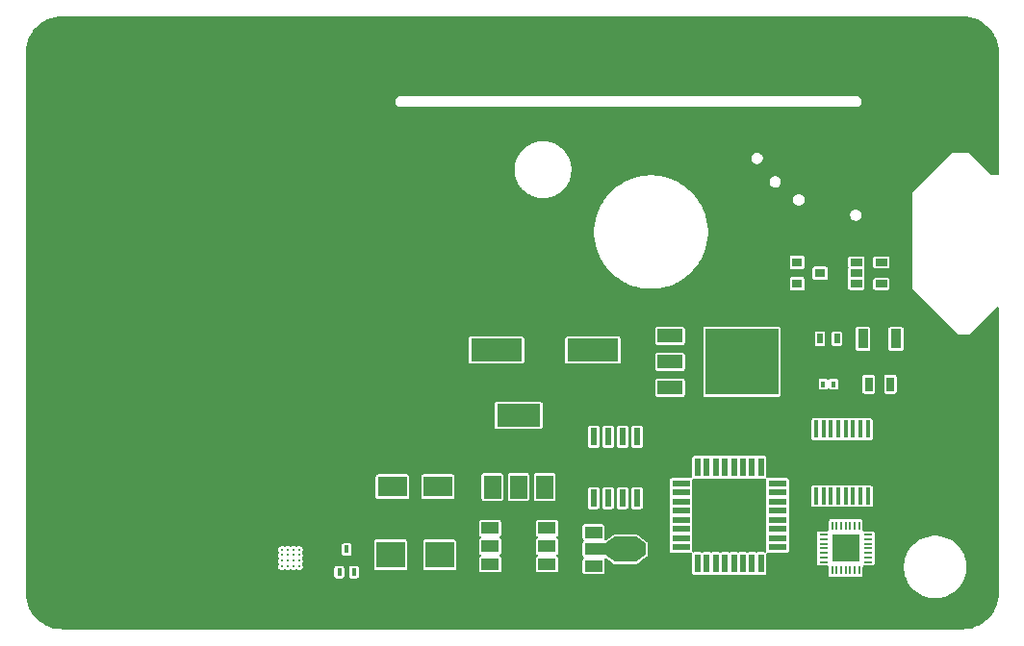
<source format=gbr>
%TF.GenerationSoftware,KiCad,Pcbnew,9.0.0*%
%TF.CreationDate,2025-03-10T01:27:30-04:00*%
%TF.ProjectId,cinna-chan-light,63696e6e-612d-4636-9861-6e2d6c696768,rev?*%
%TF.SameCoordinates,Original*%
%TF.FileFunction,Copper,L2,Bot*%
%TF.FilePolarity,Positive*%
%FSLAX46Y46*%
G04 Gerber Fmt 4.6, Leading zero omitted, Abs format (unit mm)*
G04 Created by KiCad (PCBNEW 9.0.0) date 2025-03-10 01:27:30*
%MOMM*%
%LPD*%
G01*
G04 APERTURE LIST*
G04 Aperture macros list*
%AMOutline4P*
0 Free polygon, 4 corners , with rotation*
0 The origin of the aperture is its center*
0 number of corners: always 4*
0 $1 to $8 corner X, Y*
0 $9 Rotation angle, in degrees counterclockwise*
0 create outline with 4 corners*
4,1,4,$1,$2,$3,$4,$5,$6,$7,$8,$1,$2,$9*%
G04 Aperture macros list end*
%TA.AperFunction,SMDPad,CuDef*%
%ADD10R,0.900000X1.700000*%
%TD*%
%TA.AperFunction,SMDPad,CuDef*%
%ADD11R,0.700000X1.300000*%
%TD*%
%TA.AperFunction,SMDPad,CuDef*%
%ADD12R,0.500000X0.900000*%
%TD*%
%TA.AperFunction,SMDPad,CuDef*%
%ADD13R,0.400000X0.600000*%
%TD*%
%TA.AperFunction,SMDPad,CuDef*%
%ADD14R,0.450000X1.500000*%
%TD*%
%TA.AperFunction,SMDPad,CuDef*%
%ADD15R,2.500000X1.800000*%
%TD*%
%TA.AperFunction,SMDPad,CuDef*%
%ADD16R,2.500000X2.300000*%
%TD*%
%TA.AperFunction,SMDPad,CuDef*%
%ADD17R,1.500000X2.000000*%
%TD*%
%TA.AperFunction,SMDPad,CuDef*%
%ADD18R,3.800000X2.000000*%
%TD*%
%TA.AperFunction,SMDPad,CuDef*%
%ADD19R,0.900000X0.800000*%
%TD*%
%TA.AperFunction,SMDPad,CuDef*%
%ADD20R,1.060000X0.650000*%
%TD*%
%TA.AperFunction,SMDPad,CuDef*%
%ADD21R,4.500000X2.000000*%
%TD*%
%TA.AperFunction,SMDPad,CuDef*%
%ADD22R,2.200000X1.200000*%
%TD*%
%TA.AperFunction,SMDPad,CuDef*%
%ADD23R,3.050000X2.750000*%
%TD*%
%TA.AperFunction,SMDPad,CuDef*%
%ADD24R,6.400000X5.800000*%
%TD*%
%TA.AperFunction,SMDPad,CuDef*%
%ADD25R,0.600000X1.550000*%
%TD*%
%TA.AperFunction,SMDPad,CuDef*%
%ADD26R,1.600000X0.550000*%
%TD*%
%TA.AperFunction,SMDPad,CuDef*%
%ADD27R,0.550000X1.600000*%
%TD*%
%TA.AperFunction,SMDPad,CuDef*%
%ADD28R,1.600000X1.000000*%
%TD*%
%TA.AperFunction,SMDPad,CuDef*%
%ADD29R,0.450000X0.700000*%
%TD*%
%TA.AperFunction,SMDPad,CuDef*%
%ADD30R,0.800000X0.200000*%
%TD*%
%TA.AperFunction,SMDPad,CuDef*%
%ADD31R,0.200000X0.800000*%
%TD*%
%TA.AperFunction,SMDPad,CuDef*%
%ADD32R,1.200000X1.200000*%
%TD*%
%TA.AperFunction,SMDPad,CuDef*%
%ADD33R,1.500000X1.000000*%
%TD*%
%TA.AperFunction,SMDPad,CuDef*%
%ADD34R,1.800000X1.000000*%
%TD*%
%TA.AperFunction,SMDPad,CuDef*%
%ADD35Outline4P,-0.400000X-0.500000X0.400000X-0.500000X1.100000X0.500000X-1.100000X0.500000X270.000000*%
%TD*%
%TA.AperFunction,SMDPad,CuDef*%
%ADD36R,1.840000X2.200000*%
%TD*%
%TA.AperFunction,SMDPad,CuDef*%
%ADD37Outline4P,-0.500000X-0.425000X0.500000X-0.425000X1.100000X0.425000X-1.100000X0.425000X90.000000*%
%TD*%
%TA.AperFunction,SMDPad,CuDef*%
%ADD38C,0.250000*%
%TD*%
G04 APERTURE END LIST*
D10*
%TO.P,1206,1*%
%TO.N,N/C*%
X166550000Y-88392000D03*
%TO.P,1206,2*%
X163650000Y-88392000D03*
%TD*%
D11*
%TO.P,0805,1*%
%TO.N,N/C*%
X166050000Y-92392000D03*
%TO.P,0805,2*%
X164150000Y-92392000D03*
%TD*%
D12*
%TO.P,0603,1*%
%TO.N,N/C*%
X159850000Y-88392000D03*
%TO.P,0603,2*%
X161350000Y-88392000D03*
%TD*%
D13*
%TO.P,0402,1*%
%TO.N,N/C*%
X160150000Y-92392000D03*
%TO.P,0402,2*%
X161050000Y-92392000D03*
%TD*%
D14*
%TO.P,TSSOP,1*%
%TO.N,N/C*%
X164073000Y-102264000D03*
%TO.P,TSSOP,2*%
X163423001Y-102264000D03*
%TO.P,TSSOP,3*%
X162773000Y-102264000D03*
%TO.P,TSSOP,4*%
X162123000Y-102264000D03*
%TO.P,TSSOP,5*%
X161473000Y-102264000D03*
%TO.P,TSSOP,6*%
X160823000Y-102264000D03*
%TO.P,TSSOP,7*%
X160172999Y-102264000D03*
%TO.P,TSSOP,8*%
X159523000Y-102264000D03*
%TO.P,TSSOP,9*%
X159523000Y-96364000D03*
%TO.P,TSSOP,10*%
X160172999Y-96364000D03*
%TO.P,TSSOP,11*%
X160823000Y-96364000D03*
%TO.P,TSSOP,12*%
X161473000Y-96364000D03*
%TO.P,TSSOP,13*%
X162123000Y-96364000D03*
%TO.P,TSSOP,14*%
X162773000Y-96364000D03*
%TO.P,TSSOP,15*%
X163423001Y-96364000D03*
%TO.P,TSSOP,16*%
X164073000Y-96364000D03*
%TD*%
D15*
%TO.P,SMA,1*%
%TO.N,N/C*%
X122238000Y-101442000D03*
%TO.P,SMA,2*%
X126238000Y-101442000D03*
%TD*%
D16*
%TO.P,SMB,1*%
%TO.N,N/C*%
X126388000Y-107442000D03*
%TO.P,SMB,2*%
X122088000Y-107442000D03*
%TD*%
D17*
%TO.P,SOT223,1*%
%TO.N,N/C*%
X135650000Y-101448000D03*
%TO.P,SOT223,2*%
X133350000Y-101447999D03*
%TO.P,SOT223,3*%
X131050000Y-101448000D03*
D18*
%TO.P,SOT223,4*%
X133350000Y-95148001D03*
%TD*%
D19*
%TO.P,SOT23,1*%
%TO.N,N/C*%
X157868000Y-83566000D03*
%TO.P,SOT23,2*%
X157868000Y-81666000D03*
%TO.P,SOT23,3*%
X159868000Y-82616000D03*
%TD*%
D20*
%TO.P,SOT23-5,1*%
%TO.N,N/C*%
X163068000Y-83566000D03*
%TO.P,SOT23-5,2*%
X163068000Y-82616000D03*
%TO.P,SOT23-5,3*%
X163068000Y-81666000D03*
%TO.P,SOT23-5,4*%
X165268000Y-81666000D03*
%TO.P,SOT23-5,5*%
X165268000Y-83566000D03*
%TD*%
D21*
%TO.P,HC49,1*%
%TO.N,N/C*%
X131386000Y-89408000D03*
%TO.P,HC49,2*%
X139886000Y-89408000D03*
%TD*%
D22*
%TO.P,D-PAK/TO-252,1*%
%TO.N,N/C*%
X146676000Y-92704000D03*
%TO.P,D-PAK/TO-252,2*%
X146676000Y-90424000D03*
D23*
X151301000Y-88899000D03*
X151301000Y-91949000D03*
D24*
X152976000Y-90424000D03*
D23*
X154651000Y-88899000D03*
X154651000Y-91949000D03*
D22*
%TO.P,D-PAK/TO-252,3*%
X146676000Y-88144000D03*
%TD*%
D25*
%TO.P,SOIC8,1*%
%TO.N,N/C*%
X143764000Y-102428000D03*
%TO.P,SOIC8,2*%
X142494000Y-102428000D03*
%TO.P,SOIC8,3*%
X141224000Y-102428000D03*
%TO.P,SOIC8,4*%
X139954000Y-102428000D03*
%TO.P,SOIC8,5*%
X139954000Y-97028000D03*
%TO.P,SOIC8,6*%
X141224000Y-97028000D03*
%TO.P,SOIC8,7*%
X142494000Y-97028000D03*
%TO.P,SOIC8,8*%
X143764000Y-97028000D03*
%TD*%
D26*
%TO.P,TQFP32,1*%
%TO.N,N/C*%
X147636000Y-106754000D03*
%TO.P,TQFP32,2*%
X147636000Y-105954000D03*
%TO.P,TQFP32,3*%
X147636000Y-105154000D03*
%TO.P,TQFP32,4*%
X147636000Y-104354000D03*
%TO.P,TQFP32,5*%
X147636000Y-103554000D03*
%TO.P,TQFP32,6*%
X147636000Y-102754000D03*
%TO.P,TQFP32,7*%
X147636000Y-101954000D03*
%TO.P,TQFP32,8*%
X147636000Y-101154000D03*
D27*
%TO.P,TQFP32,9*%
X149086000Y-99704000D03*
%TO.P,TQFP32,10*%
X149886000Y-99704000D03*
%TO.P,TQFP32,11*%
X150686000Y-99704000D03*
%TO.P,TQFP32,12*%
X151486000Y-99704000D03*
%TO.P,TQFP32,13*%
X152286000Y-99704000D03*
%TO.P,TQFP32,14*%
X153086000Y-99704000D03*
%TO.P,TQFP32,15*%
X153886000Y-99704000D03*
%TO.P,TQFP32,16*%
X154686000Y-99704000D03*
D26*
%TO.P,TQFP32,17*%
X156136000Y-101154000D03*
%TO.P,TQFP32,18*%
X156136000Y-101954000D03*
%TO.P,TQFP32,19*%
X156136000Y-102754000D03*
%TO.P,TQFP32,20*%
X156136000Y-103554000D03*
%TO.P,TQFP32,21*%
X156136000Y-104354000D03*
%TO.P,TQFP32,22*%
X156136000Y-105154000D03*
%TO.P,TQFP32,23*%
X156136000Y-105954000D03*
%TO.P,TQFP32,24*%
X156136000Y-106754000D03*
D27*
%TO.P,TQFP32,25*%
X154686000Y-108204000D03*
%TO.P,TQFP32,26*%
X153886000Y-108204000D03*
%TO.P,TQFP32,27*%
X153086000Y-108204000D03*
%TO.P,TQFP32,28*%
X152286000Y-108204000D03*
%TO.P,TQFP32,29*%
X151486000Y-108204000D03*
%TO.P,TQFP32,30*%
X150686000Y-108204000D03*
%TO.P,TQFP32,31*%
X149886000Y-108204000D03*
%TO.P,TQFP32,32*%
X149086000Y-108204000D03*
%TD*%
D28*
%TO.P,WS2812,1*%
%TO.N,N/C*%
X130850000Y-108280000D03*
%TO.P,WS2812,2*%
X130850000Y-106680000D03*
%TO.P,WS2812,3*%
X130850000Y-105080000D03*
%TO.P,WS2812,4*%
X135850000Y-105080000D03*
%TO.P,WS2812,5*%
X135850000Y-106680000D03*
%TO.P,WS2812,6*%
X135850000Y-108280000D03*
%TD*%
D29*
%TO.P,SC70/,1*%
%TO.N,N/C*%
X118872000Y-108950000D03*
%TO.P,SC70/,2*%
X117572000Y-108950000D03*
%TO.P,SC70/,3*%
X118222000Y-106950000D03*
%TD*%
D30*
%TO.P,QFN28,1*%
%TO.N,N/C*%
X160172000Y-108052000D03*
%TO.P,QFN28,2*%
X160172000Y-107652000D03*
%TO.P,QFN28,3*%
X160172000Y-107252000D03*
%TO.P,QFN28,4*%
X160172000Y-106852000D03*
%TO.P,QFN28,5*%
X160172000Y-106452000D03*
%TO.P,QFN28,6*%
X160172000Y-106052000D03*
%TO.P,QFN28,7*%
X160172000Y-105652000D03*
D31*
%TO.P,QFN28,8*%
X160922000Y-104902000D03*
%TO.P,QFN28,9*%
X161322000Y-104902000D03*
%TO.P,QFN28,10*%
X161722000Y-104902000D03*
%TO.P,QFN28,11*%
X162122000Y-104902000D03*
%TO.P,QFN28,12*%
X162522000Y-104902000D03*
%TO.P,QFN28,13*%
X162922000Y-104902000D03*
%TO.P,QFN28,14*%
X163322000Y-104902000D03*
D30*
%TO.P,QFN28,15*%
X164072000Y-105652000D03*
%TO.P,QFN28,16*%
X164072000Y-106052000D03*
%TO.P,QFN28,17*%
X164072000Y-106452000D03*
%TO.P,QFN28,18*%
X164072000Y-106852000D03*
%TO.P,QFN28,19*%
X164072000Y-107252000D03*
%TO.P,QFN28,20*%
X164072000Y-107652000D03*
%TO.P,QFN28,21*%
X164072000Y-108052000D03*
D31*
%TO.P,QFN28,22*%
X163322000Y-108802000D03*
%TO.P,QFN28,23*%
X162922000Y-108802000D03*
%TO.P,QFN28,24*%
X162522000Y-108802000D03*
%TO.P,QFN28,25*%
X162122000Y-108802000D03*
%TO.P,QFN28,26*%
X161722000Y-108802000D03*
%TO.P,QFN28,27*%
X161322000Y-108802000D03*
%TO.P,QFN28,28*%
X160922000Y-108802000D03*
D32*
%TO.P,QFN28,29*%
X161522000Y-106252000D03*
X161522000Y-107452000D03*
X162722000Y-106252000D03*
X162722000Y-107452000D03*
%TD*%
D33*
%TO.P,SOT89,1*%
%TO.N,N/C*%
X139934500Y-108434000D03*
D34*
%TO.P,SOT89,2*%
X140081000Y-106934000D03*
D35*
X141338300Y-106934000D03*
D36*
X142748000Y-106934000D03*
D37*
X144081500Y-106934000D03*
D33*
%TO.P,SOT89,3*%
X139934500Y-105434000D03*
%TD*%
D38*
%TO.P,BGA16,A1*%
%TO.N,N/C*%
X112538000Y-108458000D03*
%TO.P,BGA16,A2*%
X113038000Y-108458000D03*
%TO.P,BGA16,A3*%
X113538000Y-108458000D03*
%TO.P,BGA16,A4*%
X114038000Y-108458000D03*
%TO.P,BGA16,B1*%
X112538000Y-107958000D03*
%TO.P,BGA16,B2*%
X113038000Y-107958000D03*
%TO.P,BGA16,B3*%
X113538000Y-107958000D03*
%TO.P,BGA16,B4*%
X114038000Y-107958000D03*
%TO.P,BGA16,C1*%
X112538000Y-107458000D03*
%TO.P,BGA16,C2*%
X113038000Y-107458000D03*
%TO.P,BGA16,C3*%
X113538000Y-107458000D03*
%TO.P,BGA16,C4*%
X114038000Y-107458000D03*
%TO.P,BGA16,D1*%
X112538000Y-106958000D03*
%TO.P,BGA16,D2*%
X113038000Y-106958000D03*
%TO.P,BGA16,D3*%
X113538000Y-106958000D03*
%TO.P,BGA16,D4*%
X114038000Y-106958000D03*
%TD*%
%TA.AperFunction,NonConductor*%
G36*
X172420761Y-59999115D02*
G01*
X172714626Y-60014518D01*
X172721920Y-60015119D01*
X172788757Y-60022650D01*
X172794216Y-60023390D01*
X173050659Y-60064008D01*
X173058793Y-60065579D01*
X173118245Y-60079148D01*
X173122595Y-60080226D01*
X173380424Y-60149313D01*
X173389224Y-60152029D01*
X173434883Y-60168005D01*
X173438302Y-60169259D01*
X173531725Y-60205122D01*
X173699756Y-60269625D01*
X173709114Y-60273667D01*
X173731173Y-60284289D01*
X173733614Y-60285498D01*
X174001468Y-60421979D01*
X174012697Y-60428463D01*
X174280912Y-60602648D01*
X174291413Y-60610277D01*
X174539945Y-60811538D01*
X174549579Y-60820212D01*
X174775735Y-61046372D01*
X174784395Y-61055990D01*
X174880081Y-61174155D01*
X174985664Y-61304542D01*
X174993293Y-61315043D01*
X175167465Y-61583253D01*
X175173955Y-61594494D01*
X175310014Y-61861534D01*
X175311322Y-61864178D01*
X175322574Y-61887625D01*
X175326544Y-61896837D01*
X175427110Y-62158828D01*
X175428431Y-62162438D01*
X175444060Y-62207319D01*
X175446726Y-62215989D01*
X175515997Y-62474530D01*
X175517112Y-62479022D01*
X175520328Y-62493112D01*
X175523309Y-62506172D01*
X175523333Y-62506382D01*
X175523356Y-62506377D01*
X175530375Y-62537370D01*
X175531912Y-62545363D01*
X175572711Y-62802980D01*
X175573457Y-62808490D01*
X175579165Y-62859140D01*
X175579190Y-62859367D01*
X175580776Y-62873677D01*
X175581361Y-62880848D01*
X175596848Y-63176432D01*
X175597018Y-63182920D01*
X175597018Y-73875500D01*
X175577333Y-73942539D01*
X175524529Y-73988294D01*
X175473018Y-73999500D01*
X175051569Y-73999500D01*
X174984530Y-73979815D01*
X174963888Y-73963181D01*
X173000207Y-71999500D01*
X171500207Y-71999500D01*
X171499792Y-71999500D01*
X171499791Y-71999500D01*
X167999793Y-75499500D01*
X167999500Y-75499792D01*
X167999500Y-75499793D01*
X167999500Y-83999793D01*
X167999500Y-84000207D01*
X171999793Y-88000500D01*
X173000207Y-88000500D01*
X175385337Y-85615370D01*
X175446660Y-85581885D01*
X175516352Y-85586869D01*
X175572285Y-85628741D01*
X175596702Y-85694205D01*
X175597018Y-85703051D01*
X175597018Y-110795197D01*
X175596848Y-110801689D01*
X175581442Y-111095554D01*
X175580832Y-111102945D01*
X175573325Y-111169576D01*
X175572578Y-111175093D01*
X175531945Y-111431616D01*
X175530363Y-111439809D01*
X175516844Y-111499038D01*
X175515727Y-111503540D01*
X175446654Y-111761311D01*
X175443921Y-111770173D01*
X175427960Y-111815784D01*
X175426683Y-111819265D01*
X175326346Y-112080647D01*
X175322301Y-112090013D01*
X175311597Y-112112239D01*
X175310362Y-112114730D01*
X175173983Y-112382385D01*
X175167494Y-112393626D01*
X174993310Y-112661841D01*
X174985681Y-112672341D01*
X174784423Y-112920872D01*
X174775738Y-112930518D01*
X174549597Y-113156656D01*
X174539952Y-113165340D01*
X174291416Y-113366601D01*
X174280925Y-113374223D01*
X174056858Y-113519732D01*
X174012710Y-113548403D01*
X174001470Y-113554892D01*
X173733806Y-113691273D01*
X173731312Y-113692509D01*
X173709074Y-113703218D01*
X173699711Y-113707261D01*
X173438359Y-113807585D01*
X173434877Y-113808862D01*
X173389250Y-113824828D01*
X173380388Y-113827562D01*
X173122605Y-113896635D01*
X173118106Y-113897751D01*
X173058876Y-113911271D01*
X173050679Y-113912853D01*
X172794102Y-113953491D01*
X172788589Y-113954238D01*
X172722086Y-113961732D01*
X172714691Y-113962342D01*
X172420221Y-113977776D01*
X172413731Y-113977946D01*
X93180763Y-113977946D01*
X93174274Y-113977776D01*
X93166498Y-113977368D01*
X92880522Y-113962381D01*
X92873129Y-113961771D01*
X92806206Y-113954231D01*
X92800693Y-113953485D01*
X92544536Y-113912917D01*
X92536339Y-113911334D01*
X92476544Y-113897686D01*
X92472044Y-113896570D01*
X92214846Y-113827655D01*
X92205984Y-113824921D01*
X92159596Y-113808689D01*
X92156114Y-113807412D01*
X91895538Y-113707389D01*
X91886174Y-113703345D01*
X91862842Y-113692109D01*
X91860349Y-113690874D01*
X91593543Y-113554932D01*
X91582303Y-113548443D01*
X91314085Y-113374264D01*
X91303584Y-113366635D01*
X91055038Y-113165370D01*
X91045393Y-113156685D01*
X90819256Y-112930553D01*
X90810571Y-112920907D01*
X90609304Y-112672367D01*
X90601675Y-112661868D01*
X90542732Y-112571106D01*
X90427483Y-112393644D01*
X90421005Y-112382423D01*
X90285672Y-112116825D01*
X90284438Y-112114334D01*
X90283283Y-112111937D01*
X90272434Y-112089408D01*
X90268406Y-112080081D01*
X90168968Y-111821045D01*
X90167738Y-111817693D01*
X90150840Y-111769403D01*
X90148126Y-111760603D01*
X90079677Y-111505162D01*
X90078570Y-111500703D01*
X90064451Y-111438841D01*
X90062884Y-111430724D01*
X90022611Y-111176478D01*
X90021878Y-111171062D01*
X90014079Y-111101844D01*
X90013472Y-111094489D01*
X89998189Y-110802938D01*
X89998019Y-110796447D01*
X89998019Y-106915147D01*
X112212500Y-106915147D01*
X112212500Y-107000853D01*
X112232687Y-107076190D01*
X112234682Y-107083637D01*
X112234682Y-107083638D01*
X112270687Y-107146001D01*
X112287159Y-107213901D01*
X112270687Y-107269999D01*
X112234682Y-107332361D01*
X112234682Y-107332362D01*
X112212500Y-107415147D01*
X112212500Y-107500853D01*
X112233574Y-107579500D01*
X112234682Y-107583637D01*
X112234682Y-107583638D01*
X112270687Y-107646001D01*
X112287159Y-107713901D01*
X112270687Y-107769999D01*
X112234682Y-107832361D01*
X112234682Y-107832362D01*
X112212500Y-107915147D01*
X112212500Y-108000853D01*
X112222601Y-108038548D01*
X112234682Y-108083637D01*
X112234682Y-108083638D01*
X112270687Y-108146001D01*
X112287159Y-108213901D01*
X112270687Y-108269999D01*
X112234682Y-108332361D01*
X112234682Y-108332362D01*
X112212500Y-108415147D01*
X112212500Y-108500853D01*
X112234682Y-108583636D01*
X112234682Y-108583637D01*
X112234685Y-108583644D01*
X112277530Y-108657855D01*
X112277534Y-108657860D01*
X112277535Y-108657862D01*
X112338138Y-108718465D01*
X112338140Y-108718466D01*
X112338144Y-108718469D01*
X112412355Y-108761314D01*
X112412362Y-108761318D01*
X112495147Y-108783500D01*
X112495149Y-108783500D01*
X112580851Y-108783500D01*
X112580853Y-108783500D01*
X112663638Y-108761318D01*
X112726001Y-108725312D01*
X112793900Y-108708840D01*
X112849998Y-108725312D01*
X112912362Y-108761318D01*
X112995147Y-108783500D01*
X112995149Y-108783500D01*
X113080851Y-108783500D01*
X113080853Y-108783500D01*
X113163638Y-108761318D01*
X113226001Y-108725312D01*
X113293900Y-108708840D01*
X113349998Y-108725312D01*
X113412362Y-108761318D01*
X113495147Y-108783500D01*
X113495149Y-108783500D01*
X113580851Y-108783500D01*
X113580853Y-108783500D01*
X113663638Y-108761318D01*
X113726001Y-108725312D01*
X113793900Y-108708840D01*
X113849998Y-108725312D01*
X113912362Y-108761318D01*
X113995147Y-108783500D01*
X113995149Y-108783500D01*
X114080851Y-108783500D01*
X114080853Y-108783500D01*
X114163638Y-108761318D01*
X114237862Y-108718465D01*
X114298465Y-108657862D01*
X114341318Y-108583638D01*
X114342227Y-108580247D01*
X117146500Y-108580247D01*
X117146500Y-109319752D01*
X117158131Y-109378229D01*
X117158132Y-109378230D01*
X117202447Y-109444552D01*
X117268769Y-109488867D01*
X117268770Y-109488868D01*
X117327247Y-109500499D01*
X117327250Y-109500500D01*
X117327252Y-109500500D01*
X117816750Y-109500500D01*
X117816751Y-109500499D01*
X117831568Y-109497552D01*
X117875229Y-109488868D01*
X117875229Y-109488867D01*
X117875231Y-109488867D01*
X117941552Y-109444552D01*
X117985867Y-109378231D01*
X117985867Y-109378229D01*
X117985868Y-109378229D01*
X117997499Y-109319752D01*
X117997500Y-109319750D01*
X117997500Y-108580249D01*
X117997499Y-108580247D01*
X118446500Y-108580247D01*
X118446500Y-109319752D01*
X118458131Y-109378229D01*
X118458132Y-109378230D01*
X118502447Y-109444552D01*
X118568769Y-109488867D01*
X118568770Y-109488868D01*
X118627247Y-109500499D01*
X118627250Y-109500500D01*
X118627252Y-109500500D01*
X119116750Y-109500500D01*
X119116751Y-109500499D01*
X119131568Y-109497552D01*
X119175229Y-109488868D01*
X119175229Y-109488867D01*
X119175231Y-109488867D01*
X119241552Y-109444552D01*
X119285867Y-109378231D01*
X119285867Y-109378229D01*
X119285868Y-109378229D01*
X119297499Y-109319752D01*
X119297500Y-109319750D01*
X119297500Y-108580249D01*
X119297499Y-108580247D01*
X119285868Y-108521770D01*
X119285867Y-108521769D01*
X119241552Y-108455447D01*
X119175230Y-108411132D01*
X119175229Y-108411131D01*
X119116752Y-108399500D01*
X119116748Y-108399500D01*
X118627252Y-108399500D01*
X118627247Y-108399500D01*
X118568770Y-108411131D01*
X118568769Y-108411132D01*
X118502447Y-108455447D01*
X118458132Y-108521769D01*
X118458131Y-108521770D01*
X118446500Y-108580247D01*
X117997499Y-108580247D01*
X117985868Y-108521770D01*
X117985867Y-108521769D01*
X117941552Y-108455447D01*
X117875230Y-108411132D01*
X117875229Y-108411131D01*
X117816752Y-108399500D01*
X117816748Y-108399500D01*
X117327252Y-108399500D01*
X117327247Y-108399500D01*
X117268770Y-108411131D01*
X117268769Y-108411132D01*
X117202447Y-108455447D01*
X117158132Y-108521769D01*
X117158131Y-108521770D01*
X117146500Y-108580247D01*
X114342227Y-108580247D01*
X114363500Y-108500853D01*
X114363500Y-108415147D01*
X114341318Y-108332362D01*
X114305312Y-108269998D01*
X114288840Y-108202100D01*
X114305313Y-108146000D01*
X114341318Y-108083638D01*
X114363500Y-108000853D01*
X114363500Y-107915147D01*
X114341318Y-107832362D01*
X114305312Y-107769998D01*
X114288840Y-107702100D01*
X114305313Y-107646000D01*
X114311272Y-107635679D01*
X114341318Y-107583638D01*
X114363500Y-107500853D01*
X114363500Y-107415147D01*
X114341318Y-107332362D01*
X114305312Y-107269998D01*
X114288840Y-107202100D01*
X114305313Y-107146000D01*
X114341318Y-107083638D01*
X114363500Y-107000853D01*
X114363500Y-106915147D01*
X114341318Y-106832362D01*
X114341314Y-106832355D01*
X114298469Y-106758144D01*
X114298463Y-106758136D01*
X114237863Y-106697536D01*
X114237862Y-106697535D01*
X114163638Y-106654682D01*
X114080853Y-106632500D01*
X113995147Y-106632500D01*
X113912362Y-106654682D01*
X113912361Y-106654682D01*
X113849999Y-106690687D01*
X113782099Y-106707159D01*
X113726001Y-106690687D01*
X113663638Y-106654682D01*
X113580853Y-106632500D01*
X113495147Y-106632500D01*
X113412362Y-106654682D01*
X113412361Y-106654682D01*
X113349999Y-106690687D01*
X113282099Y-106707159D01*
X113226001Y-106690687D01*
X113163638Y-106654682D01*
X113080853Y-106632500D01*
X112995147Y-106632500D01*
X112912362Y-106654682D01*
X112912361Y-106654682D01*
X112849999Y-106690687D01*
X112782099Y-106707159D01*
X112726001Y-106690687D01*
X112663638Y-106654682D01*
X112580853Y-106632500D01*
X112495147Y-106632500D01*
X112412362Y-106654682D01*
X112412355Y-106654685D01*
X112338144Y-106697530D01*
X112338136Y-106697536D01*
X112277536Y-106758136D01*
X112277530Y-106758144D01*
X112234685Y-106832355D01*
X112234682Y-106832362D01*
X112212500Y-106915147D01*
X89998019Y-106915147D01*
X89998019Y-106580247D01*
X117796500Y-106580247D01*
X117796500Y-107319752D01*
X117808131Y-107378229D01*
X117808132Y-107378230D01*
X117852447Y-107444552D01*
X117918769Y-107488867D01*
X117918770Y-107488868D01*
X117977247Y-107500499D01*
X117977250Y-107500500D01*
X117977252Y-107500500D01*
X118466750Y-107500500D01*
X118466751Y-107500499D01*
X118481568Y-107497552D01*
X118525229Y-107488868D01*
X118525229Y-107488867D01*
X118525231Y-107488867D01*
X118591552Y-107444552D01*
X118635867Y-107378231D01*
X118635867Y-107378229D01*
X118635868Y-107378229D01*
X118644991Y-107332361D01*
X118647500Y-107319748D01*
X118647500Y-106580252D01*
X118647500Y-106580249D01*
X118647499Y-106580247D01*
X118635868Y-106521770D01*
X118635867Y-106521769D01*
X118591552Y-106455447D01*
X118525230Y-106411132D01*
X118525229Y-106411131D01*
X118466752Y-106399500D01*
X118466748Y-106399500D01*
X117977252Y-106399500D01*
X117977247Y-106399500D01*
X117918770Y-106411131D01*
X117918769Y-106411132D01*
X117852447Y-106455447D01*
X117808132Y-106521769D01*
X117808131Y-106521770D01*
X117796500Y-106580247D01*
X89998019Y-106580247D01*
X89998019Y-106272247D01*
X120637500Y-106272247D01*
X120637500Y-108611752D01*
X120649131Y-108670229D01*
X120649132Y-108670230D01*
X120693447Y-108736552D01*
X120759769Y-108780867D01*
X120759770Y-108780868D01*
X120818247Y-108792499D01*
X120818250Y-108792500D01*
X120818252Y-108792500D01*
X123357750Y-108792500D01*
X123357751Y-108792499D01*
X123372568Y-108789552D01*
X123416229Y-108780868D01*
X123416229Y-108780867D01*
X123416231Y-108780867D01*
X123482552Y-108736552D01*
X123526867Y-108670231D01*
X123526867Y-108670229D01*
X123526868Y-108670229D01*
X123538499Y-108611752D01*
X123538500Y-108611750D01*
X123538500Y-106272249D01*
X123538499Y-106272247D01*
X124937500Y-106272247D01*
X124937500Y-108611752D01*
X124949131Y-108670229D01*
X124949132Y-108670230D01*
X124993447Y-108736552D01*
X125059769Y-108780867D01*
X125059770Y-108780868D01*
X125118247Y-108792499D01*
X125118250Y-108792500D01*
X125118252Y-108792500D01*
X127657750Y-108792500D01*
X127657751Y-108792499D01*
X127672568Y-108789552D01*
X127716229Y-108780868D01*
X127716229Y-108780867D01*
X127716231Y-108780867D01*
X127782552Y-108736552D01*
X127826867Y-108670231D01*
X127826867Y-108670229D01*
X127826868Y-108670229D01*
X127838499Y-108611752D01*
X127838500Y-108611750D01*
X127838500Y-106272249D01*
X127838499Y-106272247D01*
X127826868Y-106213770D01*
X127826867Y-106213769D01*
X127782552Y-106147447D01*
X127716230Y-106103132D01*
X127716229Y-106103131D01*
X127657752Y-106091500D01*
X127657748Y-106091500D01*
X125118252Y-106091500D01*
X125118247Y-106091500D01*
X125059770Y-106103131D01*
X125059769Y-106103132D01*
X124993447Y-106147447D01*
X124949132Y-106213769D01*
X124949131Y-106213770D01*
X124937500Y-106272247D01*
X123538499Y-106272247D01*
X123526868Y-106213770D01*
X123526867Y-106213769D01*
X123482552Y-106147447D01*
X123416230Y-106103132D01*
X123416229Y-106103131D01*
X123357752Y-106091500D01*
X123357748Y-106091500D01*
X120818252Y-106091500D01*
X120818247Y-106091500D01*
X120759770Y-106103131D01*
X120759769Y-106103132D01*
X120693447Y-106147447D01*
X120649132Y-106213769D01*
X120649131Y-106213770D01*
X120637500Y-106272247D01*
X89998019Y-106272247D01*
X89998019Y-104560247D01*
X129849500Y-104560247D01*
X129849500Y-105599752D01*
X129861131Y-105658229D01*
X129861132Y-105658230D01*
X129905447Y-105724552D01*
X129981923Y-105775652D01*
X129979908Y-105778666D01*
X130017904Y-105809293D01*
X130039961Y-105875590D01*
X130022673Y-105943287D01*
X129980632Y-105982417D01*
X129981923Y-105984348D01*
X129905447Y-106035447D01*
X129861132Y-106101769D01*
X129861131Y-106101770D01*
X129849500Y-106160247D01*
X129849500Y-107199752D01*
X129861131Y-107258229D01*
X129861132Y-107258230D01*
X129905447Y-107324552D01*
X129981923Y-107375652D01*
X129979908Y-107378666D01*
X130017904Y-107409293D01*
X130039961Y-107475590D01*
X130022673Y-107543287D01*
X129980632Y-107582417D01*
X129981923Y-107584348D01*
X129905447Y-107635447D01*
X129861132Y-107701769D01*
X129861131Y-107701770D01*
X129849500Y-107760247D01*
X129849500Y-108799752D01*
X129861131Y-108858229D01*
X129861132Y-108858230D01*
X129905447Y-108924552D01*
X129971769Y-108968867D01*
X129971770Y-108968868D01*
X130030247Y-108980499D01*
X130030250Y-108980500D01*
X130030252Y-108980500D01*
X131669750Y-108980500D01*
X131669751Y-108980499D01*
X131684568Y-108977552D01*
X131728229Y-108968868D01*
X131728229Y-108968867D01*
X131728231Y-108968867D01*
X131794552Y-108924552D01*
X131838867Y-108858231D01*
X131838867Y-108858229D01*
X131838868Y-108858229D01*
X131850499Y-108799752D01*
X131850500Y-108799750D01*
X131850500Y-107760249D01*
X131850499Y-107760247D01*
X131838868Y-107701770D01*
X131838867Y-107701769D01*
X131794552Y-107635447D01*
X131718077Y-107584348D01*
X131720091Y-107581332D01*
X131682103Y-107550719D01*
X131660039Y-107484424D01*
X131677319Y-107416725D01*
X131719365Y-107377579D01*
X131718077Y-107375652D01*
X131794552Y-107324552D01*
X131831003Y-107270000D01*
X131838867Y-107258231D01*
X131838867Y-107258229D01*
X131838868Y-107258229D01*
X131847685Y-107213901D01*
X131850500Y-107199748D01*
X131850500Y-106160252D01*
X131850500Y-106160249D01*
X131850499Y-106160247D01*
X131838868Y-106101770D01*
X131838867Y-106101769D01*
X131794552Y-106035447D01*
X131718077Y-105984348D01*
X131720091Y-105981332D01*
X131682103Y-105950719D01*
X131660039Y-105884424D01*
X131677319Y-105816725D01*
X131719365Y-105777579D01*
X131718077Y-105775652D01*
X131794552Y-105724552D01*
X131806262Y-105707027D01*
X131838867Y-105658231D01*
X131838867Y-105658229D01*
X131838868Y-105658229D01*
X131850499Y-105599752D01*
X131850500Y-105599750D01*
X131850500Y-104560249D01*
X131850499Y-104560247D01*
X134849500Y-104560247D01*
X134849500Y-105599752D01*
X134861131Y-105658229D01*
X134861132Y-105658230D01*
X134905447Y-105724552D01*
X134981923Y-105775652D01*
X134979908Y-105778666D01*
X135017904Y-105809293D01*
X135039961Y-105875590D01*
X135022673Y-105943287D01*
X134980632Y-105982417D01*
X134981923Y-105984348D01*
X134905447Y-106035447D01*
X134861132Y-106101769D01*
X134861131Y-106101770D01*
X134849500Y-106160247D01*
X134849500Y-107199752D01*
X134861131Y-107258229D01*
X134861132Y-107258230D01*
X134905447Y-107324552D01*
X134981923Y-107375652D01*
X134979908Y-107378666D01*
X135017904Y-107409293D01*
X135039961Y-107475590D01*
X135022673Y-107543287D01*
X134980632Y-107582417D01*
X134981923Y-107584348D01*
X134905447Y-107635447D01*
X134861132Y-107701769D01*
X134861131Y-107701770D01*
X134849500Y-107760247D01*
X134849500Y-108799752D01*
X134861131Y-108858229D01*
X134861132Y-108858230D01*
X134905447Y-108924552D01*
X134971769Y-108968867D01*
X134971770Y-108968868D01*
X135030247Y-108980499D01*
X135030250Y-108980500D01*
X135030252Y-108980500D01*
X136669750Y-108980500D01*
X136669751Y-108980499D01*
X136684568Y-108977552D01*
X136728229Y-108968868D01*
X136728229Y-108968867D01*
X136728231Y-108968867D01*
X136794552Y-108924552D01*
X136838867Y-108858231D01*
X136838867Y-108858229D01*
X136838868Y-108858229D01*
X136850499Y-108799752D01*
X136850500Y-108799750D01*
X136850500Y-107760249D01*
X136850499Y-107760247D01*
X136838868Y-107701770D01*
X136838867Y-107701769D01*
X136794552Y-107635447D01*
X136718077Y-107584348D01*
X136720091Y-107581332D01*
X136682103Y-107550719D01*
X136660039Y-107484424D01*
X136677319Y-107416725D01*
X136719365Y-107377579D01*
X136718077Y-107375652D01*
X136794552Y-107324552D01*
X136831003Y-107270000D01*
X136838867Y-107258231D01*
X136838867Y-107258229D01*
X136838868Y-107258229D01*
X136847685Y-107213901D01*
X136850500Y-107199748D01*
X136850500Y-106414247D01*
X138980500Y-106414247D01*
X138980500Y-107453752D01*
X138992131Y-107512229D01*
X138992132Y-107512230D01*
X139036447Y-107578552D01*
X139041708Y-107582067D01*
X139086513Y-107635679D01*
X139095220Y-107705004D01*
X139065066Y-107768032D01*
X139041712Y-107788269D01*
X139039947Y-107789448D01*
X138995632Y-107855769D01*
X138995631Y-107855770D01*
X138984000Y-107914247D01*
X138984000Y-108953752D01*
X138995631Y-109012229D01*
X138995632Y-109012230D01*
X139039947Y-109078552D01*
X139106269Y-109122867D01*
X139106270Y-109122868D01*
X139164747Y-109134499D01*
X139164750Y-109134500D01*
X139164752Y-109134500D01*
X140704250Y-109134500D01*
X140704251Y-109134499D01*
X140719068Y-109131552D01*
X140762729Y-109122868D01*
X140762729Y-109122867D01*
X140762731Y-109122867D01*
X140829052Y-109078552D01*
X140873367Y-109012231D01*
X140873367Y-109012229D01*
X140873368Y-109012229D01*
X140883467Y-108961455D01*
X140885000Y-108953748D01*
X140885000Y-107914252D01*
X140885000Y-107914249D01*
X140875263Y-107865301D01*
X140881490Y-107795710D01*
X140924352Y-107740532D01*
X140990242Y-107717287D01*
X141058239Y-107733354D01*
X141067989Y-107739524D01*
X141318882Y-107915149D01*
X141673144Y-108163132D01*
X141683448Y-108178552D01*
X141749769Y-108222867D01*
X141774396Y-108227765D01*
X141776841Y-108228971D01*
X141784878Y-108229850D01*
X141785455Y-108229964D01*
X141785923Y-108230251D01*
X141790198Y-108230909D01*
X141808248Y-108234500D01*
X141808252Y-108234500D01*
X141820592Y-108234500D01*
X141834083Y-108235236D01*
X141856131Y-108237649D01*
X141868294Y-108236584D01*
X141868315Y-108236831D01*
X141884639Y-108234500D01*
X143628071Y-108234500D01*
X143639070Y-108237683D01*
X143667633Y-108234500D01*
X143687748Y-108234500D01*
X143709106Y-108230251D01*
X143713374Y-108229401D01*
X143718343Y-108228849D01*
X143719801Y-108228123D01*
X143723809Y-108227325D01*
X143746231Y-108222867D01*
X143746232Y-108222866D01*
X143746233Y-108222866D01*
X143768481Y-108208000D01*
X143812552Y-108178552D01*
X143812556Y-108178545D01*
X143821187Y-108169916D01*
X143821319Y-108170048D01*
X143843102Y-108147698D01*
X144375699Y-107771750D01*
X144644748Y-107581834D01*
X144644750Y-107581832D01*
X144644749Y-107581832D01*
X144644756Y-107581828D01*
X144666173Y-107561653D01*
X144702869Y-107490832D01*
X144707000Y-107461700D01*
X144707000Y-106406299D01*
X144702869Y-106377168D01*
X144666173Y-106306347D01*
X144666171Y-106306345D01*
X144644757Y-106286173D01*
X143846453Y-105722665D01*
X143846444Y-105722659D01*
X143824298Y-105707027D01*
X143812552Y-105689448D01*
X143746231Y-105645133D01*
X143719802Y-105639876D01*
X143718343Y-105639151D01*
X143713372Y-105638597D01*
X143706732Y-105637276D01*
X143687749Y-105633500D01*
X143687748Y-105633500D01*
X143674528Y-105633500D01*
X143660793Y-105632737D01*
X143639068Y-105630315D01*
X143626902Y-105631357D01*
X143626886Y-105631174D01*
X143610486Y-105633500D01*
X141866932Y-105633500D01*
X141856131Y-105630351D01*
X141827359Y-105633500D01*
X141808252Y-105633500D01*
X141790178Y-105637094D01*
X141790177Y-105637093D01*
X141784859Y-105638151D01*
X141776841Y-105639029D01*
X141774399Y-105640232D01*
X141763765Y-105642348D01*
X141749768Y-105645132D01*
X141683448Y-105689447D01*
X141674814Y-105698082D01*
X141674292Y-105697560D01*
X141654081Y-105718211D01*
X141067989Y-106128476D01*
X141001780Y-106150794D01*
X140934015Y-106133774D01*
X140886209Y-106082820D01*
X140873541Y-106014108D01*
X140875263Y-106002699D01*
X140885000Y-105953750D01*
X140885000Y-104914249D01*
X140884999Y-104914247D01*
X140873368Y-104855770D01*
X140873367Y-104855769D01*
X140829052Y-104789447D01*
X140762730Y-104745132D01*
X140762729Y-104745131D01*
X140704252Y-104733500D01*
X140704248Y-104733500D01*
X139164752Y-104733500D01*
X139164747Y-104733500D01*
X139106270Y-104745131D01*
X139106269Y-104745132D01*
X139039947Y-104789447D01*
X138995632Y-104855769D01*
X138995631Y-104855770D01*
X138984000Y-104914247D01*
X138984000Y-105953752D01*
X138995631Y-106012229D01*
X138995632Y-106012230D01*
X139039946Y-106078550D01*
X139039947Y-106078550D01*
X139039948Y-106078552D01*
X139041707Y-106079727D01*
X139044682Y-106083287D01*
X139048583Y-106087188D01*
X139048234Y-106087536D01*
X139086512Y-106133338D01*
X139095221Y-106202663D01*
X139065067Y-106265691D01*
X139041712Y-106285929D01*
X139036449Y-106289445D01*
X139036448Y-106289446D01*
X138992132Y-106355769D01*
X138992131Y-106355770D01*
X138980500Y-106414247D01*
X136850500Y-106414247D01*
X136850500Y-106160252D01*
X136850500Y-106160249D01*
X136850499Y-106160247D01*
X136838868Y-106101770D01*
X136838867Y-106101769D01*
X136794552Y-106035447D01*
X136718077Y-105984348D01*
X136720091Y-105981332D01*
X136682103Y-105950719D01*
X136660039Y-105884424D01*
X136677319Y-105816725D01*
X136719365Y-105777579D01*
X136718077Y-105775652D01*
X136794552Y-105724552D01*
X136806262Y-105707027D01*
X136838867Y-105658231D01*
X136838867Y-105658229D01*
X136838868Y-105658229D01*
X136850499Y-105599752D01*
X136850500Y-105599750D01*
X136850500Y-104560249D01*
X136850499Y-104560247D01*
X136838868Y-104501770D01*
X136838867Y-104501769D01*
X136794552Y-104435447D01*
X136728230Y-104391132D01*
X136728229Y-104391131D01*
X136669752Y-104379500D01*
X136669748Y-104379500D01*
X135030252Y-104379500D01*
X135030247Y-104379500D01*
X134971770Y-104391131D01*
X134971769Y-104391132D01*
X134905447Y-104435447D01*
X134861132Y-104501769D01*
X134861131Y-104501770D01*
X134849500Y-104560247D01*
X131850499Y-104560247D01*
X131838868Y-104501770D01*
X131838867Y-104501769D01*
X131794552Y-104435447D01*
X131728230Y-104391132D01*
X131728229Y-104391131D01*
X131669752Y-104379500D01*
X131669748Y-104379500D01*
X130030252Y-104379500D01*
X130030247Y-104379500D01*
X129971770Y-104391131D01*
X129971769Y-104391132D01*
X129905447Y-104435447D01*
X129861132Y-104501769D01*
X129861131Y-104501770D01*
X129849500Y-104560247D01*
X89998019Y-104560247D01*
X89998019Y-100522247D01*
X120787500Y-100522247D01*
X120787500Y-102361752D01*
X120799131Y-102420229D01*
X120799132Y-102420230D01*
X120843447Y-102486552D01*
X120909769Y-102530867D01*
X120909770Y-102530868D01*
X120968247Y-102542499D01*
X120968250Y-102542500D01*
X120968252Y-102542500D01*
X123507750Y-102542500D01*
X123507751Y-102542499D01*
X123522568Y-102539552D01*
X123566229Y-102530868D01*
X123566229Y-102530867D01*
X123566231Y-102530867D01*
X123632552Y-102486552D01*
X123676867Y-102420231D01*
X123676867Y-102420229D01*
X123676868Y-102420229D01*
X123688499Y-102361752D01*
X123688500Y-102361750D01*
X123688500Y-100522249D01*
X123688499Y-100522247D01*
X124787500Y-100522247D01*
X124787500Y-102361752D01*
X124799131Y-102420229D01*
X124799132Y-102420230D01*
X124843447Y-102486552D01*
X124909769Y-102530867D01*
X124909770Y-102530868D01*
X124968247Y-102542499D01*
X124968250Y-102542500D01*
X124968252Y-102542500D01*
X127507750Y-102542500D01*
X127507751Y-102542499D01*
X127522568Y-102539552D01*
X127566229Y-102530868D01*
X127566229Y-102530867D01*
X127566231Y-102530867D01*
X127632552Y-102486552D01*
X127676867Y-102420231D01*
X127676867Y-102420229D01*
X127676868Y-102420229D01*
X127688499Y-102361752D01*
X127688500Y-102361750D01*
X127688500Y-100522249D01*
X127688499Y-100522247D01*
X127676868Y-100463770D01*
X127676867Y-100463769D01*
X127653132Y-100428247D01*
X130099500Y-100428247D01*
X130099500Y-102467752D01*
X130111131Y-102526229D01*
X130111132Y-102526230D01*
X130155447Y-102592552D01*
X130221769Y-102636867D01*
X130221770Y-102636868D01*
X130280247Y-102648499D01*
X130280250Y-102648500D01*
X130280252Y-102648500D01*
X131819750Y-102648500D01*
X131819751Y-102648499D01*
X131834568Y-102645552D01*
X131878229Y-102636868D01*
X131878229Y-102636867D01*
X131878231Y-102636867D01*
X131944552Y-102592552D01*
X131988867Y-102526231D01*
X131988867Y-102526229D01*
X131988868Y-102526229D01*
X132000499Y-102467752D01*
X132000500Y-102467750D01*
X132000500Y-100428250D01*
X132000499Y-100428246D01*
X132399500Y-100428246D01*
X132399500Y-102467751D01*
X132411131Y-102526228D01*
X132411132Y-102526229D01*
X132455447Y-102592551D01*
X132521769Y-102636866D01*
X132521770Y-102636867D01*
X132580247Y-102648498D01*
X132580250Y-102648499D01*
X132580252Y-102648499D01*
X134119750Y-102648499D01*
X134119751Y-102648498D01*
X134134568Y-102645551D01*
X134178229Y-102636867D01*
X134178229Y-102636866D01*
X134178231Y-102636866D01*
X134244552Y-102592551D01*
X134288867Y-102526230D01*
X134288867Y-102526228D01*
X134288868Y-102526228D01*
X134300499Y-102467751D01*
X134300500Y-102467749D01*
X134300500Y-100428248D01*
X134300499Y-100428247D01*
X134699500Y-100428247D01*
X134699500Y-102467752D01*
X134711131Y-102526229D01*
X134711132Y-102526230D01*
X134755447Y-102592552D01*
X134821769Y-102636867D01*
X134821770Y-102636868D01*
X134880247Y-102648499D01*
X134880250Y-102648500D01*
X134880252Y-102648500D01*
X136419750Y-102648500D01*
X136419751Y-102648499D01*
X136434568Y-102645552D01*
X136478229Y-102636868D01*
X136478229Y-102636867D01*
X136478231Y-102636867D01*
X136544552Y-102592552D01*
X136588867Y-102526231D01*
X136588867Y-102526229D01*
X136588868Y-102526229D01*
X136600499Y-102467752D01*
X136600500Y-102467750D01*
X136600500Y-101633247D01*
X139453500Y-101633247D01*
X139453500Y-103222752D01*
X139465131Y-103281229D01*
X139465132Y-103281230D01*
X139509447Y-103347552D01*
X139575769Y-103391867D01*
X139575770Y-103391868D01*
X139634247Y-103403499D01*
X139634250Y-103403500D01*
X139634252Y-103403500D01*
X140273750Y-103403500D01*
X140273751Y-103403499D01*
X140288568Y-103400552D01*
X140332229Y-103391868D01*
X140332229Y-103391867D01*
X140332231Y-103391867D01*
X140398552Y-103347552D01*
X140442867Y-103281231D01*
X140442867Y-103281229D01*
X140442868Y-103281229D01*
X140454499Y-103222752D01*
X140454500Y-103222750D01*
X140454500Y-101633249D01*
X140454499Y-101633247D01*
X140723500Y-101633247D01*
X140723500Y-103222752D01*
X140735131Y-103281229D01*
X140735132Y-103281230D01*
X140779447Y-103347552D01*
X140845769Y-103391867D01*
X140845770Y-103391868D01*
X140904247Y-103403499D01*
X140904250Y-103403500D01*
X140904252Y-103403500D01*
X141543750Y-103403500D01*
X141543751Y-103403499D01*
X141558568Y-103400552D01*
X141602229Y-103391868D01*
X141602229Y-103391867D01*
X141602231Y-103391867D01*
X141668552Y-103347552D01*
X141712867Y-103281231D01*
X141712867Y-103281229D01*
X141712868Y-103281229D01*
X141724499Y-103222752D01*
X141724500Y-103222750D01*
X141724500Y-101633249D01*
X141724499Y-101633247D01*
X141993500Y-101633247D01*
X141993500Y-103222752D01*
X142005131Y-103281229D01*
X142005132Y-103281230D01*
X142049447Y-103347552D01*
X142115769Y-103391867D01*
X142115770Y-103391868D01*
X142174247Y-103403499D01*
X142174250Y-103403500D01*
X142174252Y-103403500D01*
X142813750Y-103403500D01*
X142813751Y-103403499D01*
X142828568Y-103400552D01*
X142872229Y-103391868D01*
X142872229Y-103391867D01*
X142872231Y-103391867D01*
X142938552Y-103347552D01*
X142982867Y-103281231D01*
X142982867Y-103281229D01*
X142982868Y-103281229D01*
X142994499Y-103222752D01*
X142994500Y-103222750D01*
X142994500Y-101633249D01*
X142994499Y-101633247D01*
X143263500Y-101633247D01*
X143263500Y-103222752D01*
X143275131Y-103281229D01*
X143275132Y-103281230D01*
X143319447Y-103347552D01*
X143385769Y-103391867D01*
X143385770Y-103391868D01*
X143444247Y-103403499D01*
X143444250Y-103403500D01*
X143444252Y-103403500D01*
X144083750Y-103403500D01*
X144083751Y-103403499D01*
X144098568Y-103400552D01*
X144142229Y-103391868D01*
X144142229Y-103391867D01*
X144142231Y-103391867D01*
X144208552Y-103347552D01*
X144252867Y-103281231D01*
X144252867Y-103281229D01*
X144252868Y-103281229D01*
X144264499Y-103222752D01*
X144264500Y-103222750D01*
X144264500Y-101633249D01*
X144264499Y-101633247D01*
X144252868Y-101574770D01*
X144252867Y-101574769D01*
X144208552Y-101508447D01*
X144142230Y-101464132D01*
X144142229Y-101464131D01*
X144083752Y-101452500D01*
X144083748Y-101452500D01*
X143444252Y-101452500D01*
X143444247Y-101452500D01*
X143385770Y-101464131D01*
X143385769Y-101464132D01*
X143319447Y-101508447D01*
X143275132Y-101574769D01*
X143275131Y-101574770D01*
X143263500Y-101633247D01*
X142994499Y-101633247D01*
X142982868Y-101574770D01*
X142982867Y-101574769D01*
X142938552Y-101508447D01*
X142872230Y-101464132D01*
X142872229Y-101464131D01*
X142813752Y-101452500D01*
X142813748Y-101452500D01*
X142174252Y-101452500D01*
X142174247Y-101452500D01*
X142115770Y-101464131D01*
X142115769Y-101464132D01*
X142049447Y-101508447D01*
X142005132Y-101574769D01*
X142005131Y-101574770D01*
X141993500Y-101633247D01*
X141724499Y-101633247D01*
X141712868Y-101574770D01*
X141712867Y-101574769D01*
X141668552Y-101508447D01*
X141602230Y-101464132D01*
X141602229Y-101464131D01*
X141543752Y-101452500D01*
X141543748Y-101452500D01*
X140904252Y-101452500D01*
X140904247Y-101452500D01*
X140845770Y-101464131D01*
X140845769Y-101464132D01*
X140779447Y-101508447D01*
X140735132Y-101574769D01*
X140735131Y-101574770D01*
X140723500Y-101633247D01*
X140454499Y-101633247D01*
X140442868Y-101574770D01*
X140442867Y-101574769D01*
X140398552Y-101508447D01*
X140332230Y-101464132D01*
X140332229Y-101464131D01*
X140273752Y-101452500D01*
X140273748Y-101452500D01*
X139634252Y-101452500D01*
X139634247Y-101452500D01*
X139575770Y-101464131D01*
X139575769Y-101464132D01*
X139509447Y-101508447D01*
X139465132Y-101574769D01*
X139465131Y-101574770D01*
X139453500Y-101633247D01*
X136600500Y-101633247D01*
X136600500Y-100859247D01*
X146635500Y-100859247D01*
X146635500Y-101448752D01*
X146649515Y-101519209D01*
X146648239Y-101519462D01*
X146654317Y-101576023D01*
X146647303Y-101599910D01*
X146635500Y-101659247D01*
X146635500Y-102248752D01*
X146649515Y-102319209D01*
X146648239Y-102319462D01*
X146654317Y-102376023D01*
X146647303Y-102399910D01*
X146635500Y-102459247D01*
X146635500Y-103048752D01*
X146649515Y-103119209D01*
X146648239Y-103119462D01*
X146654317Y-103176023D01*
X146647303Y-103199910D01*
X146635500Y-103259247D01*
X146635500Y-103848752D01*
X146649515Y-103919209D01*
X146648239Y-103919462D01*
X146654317Y-103976023D01*
X146647303Y-103999910D01*
X146635500Y-104059247D01*
X146635500Y-104648752D01*
X146649515Y-104719209D01*
X146648239Y-104719462D01*
X146654317Y-104776023D01*
X146647303Y-104799910D01*
X146635500Y-104859247D01*
X146635500Y-105448752D01*
X146649515Y-105519209D01*
X146648239Y-105519462D01*
X146654317Y-105576023D01*
X146647303Y-105599910D01*
X146635500Y-105659247D01*
X146635500Y-106248752D01*
X146649515Y-106319209D01*
X146648239Y-106319462D01*
X146654317Y-106376023D01*
X146647303Y-106399910D01*
X146635500Y-106459247D01*
X146635500Y-107048752D01*
X146647131Y-107107229D01*
X146647132Y-107107230D01*
X146691447Y-107173552D01*
X146757769Y-107217867D01*
X146757770Y-107217868D01*
X146816247Y-107229499D01*
X146816250Y-107229500D01*
X146816252Y-107229500D01*
X148455749Y-107229500D01*
X148466909Y-107227280D01*
X148536501Y-107233507D01*
X148591679Y-107276369D01*
X148614924Y-107342258D01*
X148612721Y-107373082D01*
X148610500Y-107384250D01*
X148610500Y-109023752D01*
X148622131Y-109082229D01*
X148622132Y-109082230D01*
X148666447Y-109148552D01*
X148732769Y-109192867D01*
X148732770Y-109192868D01*
X148791247Y-109204499D01*
X148791250Y-109204500D01*
X148791252Y-109204500D01*
X149380750Y-109204500D01*
X149380751Y-109204499D01*
X149395485Y-109201568D01*
X149451210Y-109190485D01*
X149451464Y-109191762D01*
X149508009Y-109185680D01*
X149531899Y-109192694D01*
X149591247Y-109204499D01*
X149591250Y-109204500D01*
X149591252Y-109204500D01*
X150180750Y-109204500D01*
X150180751Y-109204499D01*
X150195485Y-109201568D01*
X150251210Y-109190485D01*
X150251464Y-109191762D01*
X150308009Y-109185680D01*
X150331899Y-109192694D01*
X150391247Y-109204499D01*
X150391250Y-109204500D01*
X150391252Y-109204500D01*
X150980750Y-109204500D01*
X150980751Y-109204499D01*
X150995485Y-109201568D01*
X151051210Y-109190485D01*
X151051464Y-109191762D01*
X151108009Y-109185680D01*
X151131899Y-109192694D01*
X151191247Y-109204499D01*
X151191250Y-109204500D01*
X151191252Y-109204500D01*
X151780750Y-109204500D01*
X151780751Y-109204499D01*
X151795485Y-109201568D01*
X151851210Y-109190485D01*
X151851464Y-109191762D01*
X151908009Y-109185680D01*
X151931899Y-109192694D01*
X151991247Y-109204499D01*
X151991250Y-109204500D01*
X151991252Y-109204500D01*
X152580750Y-109204500D01*
X152580751Y-109204499D01*
X152595485Y-109201568D01*
X152651210Y-109190485D01*
X152651464Y-109191762D01*
X152708009Y-109185680D01*
X152731899Y-109192694D01*
X152791247Y-109204499D01*
X152791250Y-109204500D01*
X152791252Y-109204500D01*
X153380750Y-109204500D01*
X153380751Y-109204499D01*
X153395485Y-109201568D01*
X153451210Y-109190485D01*
X153451464Y-109191762D01*
X153508009Y-109185680D01*
X153531899Y-109192694D01*
X153591247Y-109204499D01*
X153591250Y-109204500D01*
X153591252Y-109204500D01*
X154180750Y-109204500D01*
X154180751Y-109204499D01*
X154195485Y-109201568D01*
X154251210Y-109190485D01*
X154251464Y-109191762D01*
X154308009Y-109185680D01*
X154331899Y-109192694D01*
X154391247Y-109204499D01*
X154391250Y-109204500D01*
X154391252Y-109204500D01*
X154980750Y-109204500D01*
X154980751Y-109204499D01*
X154995568Y-109201552D01*
X155039229Y-109192868D01*
X155039229Y-109192867D01*
X155039231Y-109192867D01*
X155105552Y-109148552D01*
X155149867Y-109082231D01*
X155149867Y-109082229D01*
X155149868Y-109082229D01*
X155161499Y-109023752D01*
X155161500Y-109023750D01*
X155161500Y-107384249D01*
X155161499Y-107384247D01*
X155159280Y-107373088D01*
X155165507Y-107303497D01*
X155208370Y-107248319D01*
X155274260Y-107225075D01*
X155305088Y-107227280D01*
X155316247Y-107229499D01*
X155316250Y-107229500D01*
X155316252Y-107229500D01*
X156955750Y-107229500D01*
X156955751Y-107229499D01*
X156977994Y-107225075D01*
X157014229Y-107217868D01*
X157014229Y-107217867D01*
X157014231Y-107217867D01*
X157080552Y-107173552D01*
X157124867Y-107107231D01*
X157124867Y-107107229D01*
X157124868Y-107107229D01*
X157133552Y-107063568D01*
X157136500Y-107048748D01*
X157136500Y-106459252D01*
X157136500Y-106459249D01*
X157136499Y-106459247D01*
X157122485Y-106388790D01*
X157123762Y-106388535D01*
X157117680Y-106331991D01*
X157124694Y-106308100D01*
X157128404Y-106289448D01*
X157136500Y-106248748D01*
X157136500Y-105659252D01*
X157136500Y-105659249D01*
X157136499Y-105659247D01*
X157122485Y-105588790D01*
X157123762Y-105588535D01*
X157122630Y-105578009D01*
X157115720Y-105555459D01*
X157118598Y-105540530D01*
X157117708Y-105532247D01*
X159571500Y-105532247D01*
X159571500Y-105532252D01*
X159571500Y-105771748D01*
X159572277Y-105775652D01*
X159582651Y-105827810D01*
X159582651Y-105876190D01*
X159571501Y-105932249D01*
X159571500Y-105932252D01*
X159571500Y-106171748D01*
X159575011Y-106189399D01*
X159582651Y-106227810D01*
X159582651Y-106276190D01*
X159580014Y-106289448D01*
X159571500Y-106332252D01*
X159571500Y-106571748D01*
X159573191Y-106580247D01*
X159582651Y-106627810D01*
X159582651Y-106676190D01*
X159578405Y-106697536D01*
X159571500Y-106732252D01*
X159571500Y-106971748D01*
X159575011Y-106989399D01*
X159582651Y-107027810D01*
X159582651Y-107076190D01*
X159579759Y-107090732D01*
X159571500Y-107132252D01*
X159571500Y-107371748D01*
X159571767Y-107373088D01*
X159582651Y-107427810D01*
X159582651Y-107476190D01*
X159575482Y-107512231D01*
X159571500Y-107532252D01*
X159571500Y-107771748D01*
X159574786Y-107788269D01*
X159582651Y-107827810D01*
X159582651Y-107876190D01*
X159571500Y-107932252D01*
X159571500Y-108171752D01*
X159583131Y-108230229D01*
X159583132Y-108230230D01*
X159627447Y-108296552D01*
X159693769Y-108340867D01*
X159693770Y-108340868D01*
X159752247Y-108352499D01*
X159752250Y-108352500D01*
X160497500Y-108352500D01*
X160564539Y-108372185D01*
X160610294Y-108424989D01*
X160621500Y-108476500D01*
X160621500Y-109221752D01*
X160633131Y-109280229D01*
X160633132Y-109280230D01*
X160677447Y-109346552D01*
X160743769Y-109390867D01*
X160743770Y-109390868D01*
X160802247Y-109402499D01*
X160802250Y-109402500D01*
X160802252Y-109402500D01*
X161041750Y-109402500D01*
X161097808Y-109391349D01*
X161146192Y-109391349D01*
X161202249Y-109402500D01*
X161202252Y-109402500D01*
X161441750Y-109402500D01*
X161497808Y-109391349D01*
X161546192Y-109391349D01*
X161602249Y-109402500D01*
X161602252Y-109402500D01*
X161841750Y-109402500D01*
X161897808Y-109391349D01*
X161946192Y-109391349D01*
X162002249Y-109402500D01*
X162002252Y-109402500D01*
X162241750Y-109402500D01*
X162297808Y-109391349D01*
X162346192Y-109391349D01*
X162402249Y-109402500D01*
X162402252Y-109402500D01*
X162641750Y-109402500D01*
X162697808Y-109391349D01*
X162746192Y-109391349D01*
X162802249Y-109402500D01*
X162802252Y-109402500D01*
X163041750Y-109402500D01*
X163097808Y-109391349D01*
X163146192Y-109391349D01*
X163202249Y-109402500D01*
X163202252Y-109402500D01*
X163441750Y-109402500D01*
X163441751Y-109402499D01*
X163456568Y-109399552D01*
X163500229Y-109390868D01*
X163500229Y-109390867D01*
X163500231Y-109390867D01*
X163566552Y-109346552D01*
X163610867Y-109280231D01*
X163610867Y-109280229D01*
X163610868Y-109280229D01*
X163622499Y-109221752D01*
X163622500Y-109221750D01*
X163622500Y-108476500D01*
X163642185Y-108409461D01*
X163694989Y-108363706D01*
X163746500Y-108352500D01*
X164491750Y-108352500D01*
X164491751Y-108352499D01*
X164506568Y-108349552D01*
X164526800Y-108345528D01*
X167249500Y-108345528D01*
X167249500Y-108654471D01*
X167284086Y-108961437D01*
X167284089Y-108961455D01*
X167352831Y-109262635D01*
X167352835Y-109262647D01*
X167454862Y-109554222D01*
X167454868Y-109554236D01*
X167588903Y-109832562D01*
X167588905Y-109832565D01*
X167753265Y-110094143D01*
X167945880Y-110335674D01*
X168164326Y-110554120D01*
X168405857Y-110746735D01*
X168667435Y-110911095D01*
X168945771Y-111045135D01*
X168945777Y-111045137D01*
X169237352Y-111147164D01*
X169237364Y-111147168D01*
X169538548Y-111215911D01*
X169538554Y-111215911D01*
X169538562Y-111215913D01*
X169743206Y-111238970D01*
X169845529Y-111250499D01*
X169845532Y-111250500D01*
X169845535Y-111250500D01*
X170154468Y-111250500D01*
X170154469Y-111250499D01*
X170311356Y-111232822D01*
X170461437Y-111215913D01*
X170461442Y-111215912D01*
X170461452Y-111215911D01*
X170762636Y-111147168D01*
X171054229Y-111045135D01*
X171332565Y-110911095D01*
X171594143Y-110746735D01*
X171835674Y-110554120D01*
X172054120Y-110335674D01*
X172246735Y-110094143D01*
X172411095Y-109832565D01*
X172545135Y-109554229D01*
X172647168Y-109262636D01*
X172715911Y-108961452D01*
X172750500Y-108654465D01*
X172750500Y-108345535D01*
X172737508Y-108230228D01*
X172715913Y-108038562D01*
X172715910Y-108038544D01*
X172647168Y-107737364D01*
X172647164Y-107737352D01*
X172564408Y-107500851D01*
X172545135Y-107445771D01*
X172411095Y-107167435D01*
X172246735Y-106905857D01*
X172054120Y-106664326D01*
X171835674Y-106445880D01*
X171792101Y-106411132D01*
X171722680Y-106355770D01*
X171594143Y-106253265D01*
X171332565Y-106088905D01*
X171332562Y-106088903D01*
X171054236Y-105954868D01*
X171054222Y-105954862D01*
X170762647Y-105852835D01*
X170762635Y-105852831D01*
X170461455Y-105784089D01*
X170461437Y-105784086D01*
X170154471Y-105749500D01*
X170154465Y-105749500D01*
X169845535Y-105749500D01*
X169845528Y-105749500D01*
X169538562Y-105784086D01*
X169538544Y-105784089D01*
X169237364Y-105852831D01*
X169237352Y-105852835D01*
X168945777Y-105954862D01*
X168945763Y-105954868D01*
X168667437Y-106088903D01*
X168405858Y-106253264D01*
X168164326Y-106445879D01*
X167945879Y-106664326D01*
X167753264Y-106905858D01*
X167588903Y-107167437D01*
X167454868Y-107445763D01*
X167454862Y-107445777D01*
X167352835Y-107737352D01*
X167352831Y-107737364D01*
X167284089Y-108038544D01*
X167284086Y-108038562D01*
X167249500Y-108345528D01*
X164526800Y-108345528D01*
X164550229Y-108340868D01*
X164550229Y-108340867D01*
X164550231Y-108340867D01*
X164616552Y-108296552D01*
X164660867Y-108230231D01*
X164661287Y-108228123D01*
X164671146Y-108178554D01*
X164672500Y-108171748D01*
X164672500Y-107932252D01*
X164672500Y-107932249D01*
X164661349Y-107876192D01*
X164661349Y-107827808D01*
X164672500Y-107771750D01*
X164672500Y-107532249D01*
X164661349Y-107476192D01*
X164661349Y-107427808D01*
X164672500Y-107371750D01*
X164672500Y-107132249D01*
X164661349Y-107076192D01*
X164661349Y-107027808D01*
X164672500Y-106971750D01*
X164672500Y-106732249D01*
X164661349Y-106676192D01*
X164661349Y-106627808D01*
X164672500Y-106571750D01*
X164672500Y-106332249D01*
X164661349Y-106276192D01*
X164661349Y-106227808D01*
X164672500Y-106171750D01*
X164672500Y-105932249D01*
X164661349Y-105876192D01*
X164661349Y-105827808D01*
X164672500Y-105771750D01*
X164672500Y-105532249D01*
X164672499Y-105532247D01*
X164660868Y-105473770D01*
X164660867Y-105473769D01*
X164616552Y-105407447D01*
X164550230Y-105363132D01*
X164550229Y-105363131D01*
X164491752Y-105351500D01*
X164491748Y-105351500D01*
X163746500Y-105351500D01*
X163679461Y-105331815D01*
X163633706Y-105279011D01*
X163622500Y-105227500D01*
X163622500Y-104482249D01*
X163622499Y-104482247D01*
X163610868Y-104423770D01*
X163610867Y-104423769D01*
X163566552Y-104357447D01*
X163500230Y-104313132D01*
X163500229Y-104313131D01*
X163441752Y-104301500D01*
X163441748Y-104301500D01*
X163202252Y-104301500D01*
X163146190Y-104312651D01*
X163097810Y-104312651D01*
X163041748Y-104301500D01*
X162802252Y-104301500D01*
X162746190Y-104312651D01*
X162697810Y-104312651D01*
X162641748Y-104301500D01*
X162402252Y-104301500D01*
X162346190Y-104312651D01*
X162297810Y-104312651D01*
X162241748Y-104301500D01*
X162002252Y-104301500D01*
X161946190Y-104312651D01*
X161897810Y-104312651D01*
X161841748Y-104301500D01*
X161602252Y-104301500D01*
X161546190Y-104312651D01*
X161497810Y-104312651D01*
X161441748Y-104301500D01*
X161202252Y-104301500D01*
X161146190Y-104312651D01*
X161097810Y-104312651D01*
X161041748Y-104301500D01*
X160802252Y-104301500D01*
X160802247Y-104301500D01*
X160743770Y-104313131D01*
X160743769Y-104313132D01*
X160677447Y-104357447D01*
X160633132Y-104423769D01*
X160633131Y-104423770D01*
X160621500Y-104482247D01*
X160621500Y-105227500D01*
X160601815Y-105294539D01*
X160549011Y-105340294D01*
X160497500Y-105351500D01*
X159752247Y-105351500D01*
X159693770Y-105363131D01*
X159693769Y-105363132D01*
X159627447Y-105407447D01*
X159583132Y-105473769D01*
X159583131Y-105473770D01*
X159571500Y-105532247D01*
X157117708Y-105532247D01*
X157117680Y-105531991D01*
X157120331Y-105520467D01*
X157123454Y-105509344D01*
X157124867Y-105507231D01*
X157132427Y-105469222D01*
X157136500Y-105448750D01*
X157136500Y-104859249D01*
X157136499Y-104859247D01*
X157122485Y-104788790D01*
X157123762Y-104788535D01*
X157117680Y-104731991D01*
X157124694Y-104708100D01*
X157136499Y-104648752D01*
X157136500Y-104648750D01*
X157136500Y-104059249D01*
X157136499Y-104059247D01*
X157122485Y-103988790D01*
X157123762Y-103988535D01*
X157117680Y-103931991D01*
X157124694Y-103908100D01*
X157136499Y-103848752D01*
X157136500Y-103848750D01*
X157136500Y-103259249D01*
X157136499Y-103259247D01*
X157122485Y-103188790D01*
X157123762Y-103188535D01*
X157117680Y-103131991D01*
X157124694Y-103108100D01*
X157136499Y-103048752D01*
X157136500Y-103048750D01*
X157136500Y-102459249D01*
X157136499Y-102459247D01*
X157122485Y-102388790D01*
X157123762Y-102388535D01*
X157117680Y-102331991D01*
X157124694Y-102308100D01*
X157136499Y-102248752D01*
X157136500Y-102248750D01*
X157136500Y-101659249D01*
X157136499Y-101659247D01*
X157122485Y-101588790D01*
X157123762Y-101588535D01*
X157117680Y-101531991D01*
X157118961Y-101525795D01*
X157122453Y-101510843D01*
X157124867Y-101507231D01*
X157127450Y-101494247D01*
X159097500Y-101494247D01*
X159097500Y-103033752D01*
X159109131Y-103092229D01*
X159109132Y-103092230D01*
X159153447Y-103158552D01*
X159219769Y-103202867D01*
X159219770Y-103202868D01*
X159278247Y-103214499D01*
X159278250Y-103214500D01*
X159278252Y-103214500D01*
X159767749Y-103214500D01*
X159798481Y-103208386D01*
X159823808Y-103203349D01*
X159872191Y-103203349D01*
X159928248Y-103214500D01*
X159928251Y-103214500D01*
X160417748Y-103214500D01*
X160432406Y-103211583D01*
X160473807Y-103203349D01*
X160522188Y-103203349D01*
X160578247Y-103214499D01*
X160578250Y-103214500D01*
X160578252Y-103214500D01*
X161067750Y-103214500D01*
X161123808Y-103203349D01*
X161172192Y-103203349D01*
X161228249Y-103214500D01*
X161228252Y-103214500D01*
X161717750Y-103214500D01*
X161773808Y-103203349D01*
X161822192Y-103203349D01*
X161878249Y-103214500D01*
X161878252Y-103214500D01*
X162367750Y-103214500D01*
X162423808Y-103203349D01*
X162472192Y-103203349D01*
X162528249Y-103214500D01*
X162528252Y-103214500D01*
X163017749Y-103214500D01*
X163032407Y-103211583D01*
X163073808Y-103203349D01*
X163122189Y-103203349D01*
X163178248Y-103214499D01*
X163178251Y-103214500D01*
X163178253Y-103214500D01*
X163667750Y-103214500D01*
X163698482Y-103208386D01*
X163723809Y-103203349D01*
X163772192Y-103203349D01*
X163828249Y-103214500D01*
X163828252Y-103214500D01*
X164317750Y-103214500D01*
X164317751Y-103214499D01*
X164332568Y-103211552D01*
X164376229Y-103202868D01*
X164376229Y-103202867D01*
X164376231Y-103202867D01*
X164442552Y-103158552D01*
X164486867Y-103092231D01*
X164486867Y-103092229D01*
X164486868Y-103092229D01*
X164498499Y-103033752D01*
X164498500Y-103033750D01*
X164498500Y-101494249D01*
X164498499Y-101494247D01*
X164486868Y-101435770D01*
X164486867Y-101435769D01*
X164442552Y-101369447D01*
X164376230Y-101325132D01*
X164376229Y-101325131D01*
X164317752Y-101313500D01*
X164317748Y-101313500D01*
X163828252Y-101313500D01*
X163772190Y-101324651D01*
X163723809Y-101324650D01*
X163667753Y-101313500D01*
X163667749Y-101313500D01*
X163178253Y-101313500D01*
X163122190Y-101324651D01*
X163073810Y-101324651D01*
X163017748Y-101313500D01*
X162528252Y-101313500D01*
X162472190Y-101324651D01*
X162423810Y-101324651D01*
X162367748Y-101313500D01*
X161878252Y-101313500D01*
X161822190Y-101324651D01*
X161773810Y-101324651D01*
X161717748Y-101313500D01*
X161228252Y-101313500D01*
X161172190Y-101324651D01*
X161123810Y-101324651D01*
X161067748Y-101313500D01*
X160578252Y-101313500D01*
X160522189Y-101324651D01*
X160473809Y-101324651D01*
X160417747Y-101313500D01*
X159928251Y-101313500D01*
X159872189Y-101324651D01*
X159823808Y-101324650D01*
X159767752Y-101313500D01*
X159767748Y-101313500D01*
X159278252Y-101313500D01*
X159278247Y-101313500D01*
X159219770Y-101325131D01*
X159219769Y-101325132D01*
X159153447Y-101369447D01*
X159109132Y-101435769D01*
X159109131Y-101435770D01*
X159097500Y-101494247D01*
X157127450Y-101494247D01*
X157136500Y-101448748D01*
X157136500Y-100859252D01*
X157136500Y-100859250D01*
X157136500Y-100859249D01*
X157136499Y-100859247D01*
X157124868Y-100800770D01*
X157124867Y-100800769D01*
X157080552Y-100734447D01*
X157014230Y-100690132D01*
X157014229Y-100690131D01*
X156955752Y-100678500D01*
X156955748Y-100678500D01*
X155316252Y-100678500D01*
X155316251Y-100678500D01*
X155305082Y-100680721D01*
X155235490Y-100674489D01*
X155180315Y-100631623D01*
X155157074Y-100565732D01*
X155159280Y-100534909D01*
X155161500Y-100523749D01*
X155161500Y-98884249D01*
X155161499Y-98884247D01*
X155149868Y-98825770D01*
X155149867Y-98825769D01*
X155105552Y-98759447D01*
X155039230Y-98715132D01*
X155039229Y-98715131D01*
X154980752Y-98703500D01*
X154980748Y-98703500D01*
X154391252Y-98703500D01*
X154391249Y-98703500D01*
X154320791Y-98717515D01*
X154320537Y-98716239D01*
X154263977Y-98722317D01*
X154240089Y-98715303D01*
X154180751Y-98703500D01*
X154180748Y-98703500D01*
X153591252Y-98703500D01*
X153591249Y-98703500D01*
X153520791Y-98717515D01*
X153520537Y-98716239D01*
X153463977Y-98722317D01*
X153440089Y-98715303D01*
X153380751Y-98703500D01*
X153380748Y-98703500D01*
X152791252Y-98703500D01*
X152791249Y-98703500D01*
X152720791Y-98717515D01*
X152720537Y-98716239D01*
X152663977Y-98722317D01*
X152640089Y-98715303D01*
X152580751Y-98703500D01*
X152580748Y-98703500D01*
X151991252Y-98703500D01*
X151991249Y-98703500D01*
X151920791Y-98717515D01*
X151920537Y-98716239D01*
X151863977Y-98722317D01*
X151840089Y-98715303D01*
X151780751Y-98703500D01*
X151780748Y-98703500D01*
X151191252Y-98703500D01*
X151191249Y-98703500D01*
X151120791Y-98717515D01*
X151120537Y-98716239D01*
X151063977Y-98722317D01*
X151040089Y-98715303D01*
X150980751Y-98703500D01*
X150980748Y-98703500D01*
X150391252Y-98703500D01*
X150391249Y-98703500D01*
X150320791Y-98717515D01*
X150320537Y-98716239D01*
X150263977Y-98722317D01*
X150240089Y-98715303D01*
X150180751Y-98703500D01*
X150180748Y-98703500D01*
X149591252Y-98703500D01*
X149591249Y-98703500D01*
X149520791Y-98717515D01*
X149520537Y-98716239D01*
X149463977Y-98722317D01*
X149440089Y-98715303D01*
X149380751Y-98703500D01*
X149380748Y-98703500D01*
X148791252Y-98703500D01*
X148791247Y-98703500D01*
X148732770Y-98715131D01*
X148732769Y-98715132D01*
X148666447Y-98759447D01*
X148622132Y-98825769D01*
X148622131Y-98825770D01*
X148610500Y-98884247D01*
X148610500Y-100523755D01*
X148612720Y-100534916D01*
X148606490Y-100604507D01*
X148563624Y-100659683D01*
X148497734Y-100682925D01*
X148466916Y-100680720D01*
X148455755Y-100678500D01*
X148455748Y-100678500D01*
X146816252Y-100678500D01*
X146816247Y-100678500D01*
X146757770Y-100690131D01*
X146757769Y-100690132D01*
X146691447Y-100734447D01*
X146647132Y-100800769D01*
X146647131Y-100800770D01*
X146635500Y-100859247D01*
X136600500Y-100859247D01*
X136600500Y-100428249D01*
X136600499Y-100428247D01*
X136588868Y-100369770D01*
X136588867Y-100369769D01*
X136544552Y-100303447D01*
X136478230Y-100259132D01*
X136478229Y-100259131D01*
X136419752Y-100247500D01*
X136419748Y-100247500D01*
X134880252Y-100247500D01*
X134880247Y-100247500D01*
X134821770Y-100259131D01*
X134821769Y-100259132D01*
X134755447Y-100303447D01*
X134711132Y-100369769D01*
X134711131Y-100369770D01*
X134699500Y-100428247D01*
X134300499Y-100428247D01*
X134300499Y-100428246D01*
X134288868Y-100369769D01*
X134288867Y-100369768D01*
X134244552Y-100303446D01*
X134178230Y-100259131D01*
X134178229Y-100259130D01*
X134119752Y-100247499D01*
X134119748Y-100247499D01*
X132580252Y-100247499D01*
X132580247Y-100247499D01*
X132521770Y-100259130D01*
X132521769Y-100259131D01*
X132455447Y-100303446D01*
X132411132Y-100369768D01*
X132411131Y-100369769D01*
X132399500Y-100428246D01*
X132000499Y-100428246D01*
X131988868Y-100369770D01*
X131988867Y-100369769D01*
X131944552Y-100303447D01*
X131878230Y-100259132D01*
X131878229Y-100259131D01*
X131819752Y-100247500D01*
X131819748Y-100247500D01*
X130280252Y-100247500D01*
X130280247Y-100247500D01*
X130221770Y-100259131D01*
X130221769Y-100259132D01*
X130155447Y-100303447D01*
X130111132Y-100369769D01*
X130111131Y-100369770D01*
X130099500Y-100428247D01*
X127653132Y-100428247D01*
X127632552Y-100397447D01*
X127566230Y-100353132D01*
X127566229Y-100353131D01*
X127507752Y-100341500D01*
X127507748Y-100341500D01*
X124968252Y-100341500D01*
X124968247Y-100341500D01*
X124909770Y-100353131D01*
X124909769Y-100353132D01*
X124843447Y-100397447D01*
X124799132Y-100463769D01*
X124799131Y-100463770D01*
X124787500Y-100522247D01*
X123688499Y-100522247D01*
X123676868Y-100463770D01*
X123676867Y-100463769D01*
X123632552Y-100397447D01*
X123566230Y-100353132D01*
X123566229Y-100353131D01*
X123507752Y-100341500D01*
X123507748Y-100341500D01*
X120968252Y-100341500D01*
X120968247Y-100341500D01*
X120909770Y-100353131D01*
X120909769Y-100353132D01*
X120843447Y-100397447D01*
X120799132Y-100463769D01*
X120799131Y-100463770D01*
X120787500Y-100522247D01*
X89998019Y-100522247D01*
X89998019Y-94128248D01*
X131249500Y-94128248D01*
X131249500Y-96167753D01*
X131261131Y-96226230D01*
X131261132Y-96226231D01*
X131305447Y-96292553D01*
X131371769Y-96336868D01*
X131371770Y-96336869D01*
X131430247Y-96348500D01*
X131430250Y-96348501D01*
X131430252Y-96348501D01*
X135269750Y-96348501D01*
X135269751Y-96348500D01*
X135284568Y-96345553D01*
X135328229Y-96336869D01*
X135328229Y-96336868D01*
X135328231Y-96336868D01*
X135394552Y-96292553D01*
X135434180Y-96233247D01*
X139453500Y-96233247D01*
X139453500Y-97822752D01*
X139465131Y-97881229D01*
X139465132Y-97881230D01*
X139509447Y-97947552D01*
X139575769Y-97991867D01*
X139575770Y-97991868D01*
X139634247Y-98003499D01*
X139634250Y-98003500D01*
X139634252Y-98003500D01*
X140273750Y-98003500D01*
X140273751Y-98003499D01*
X140288568Y-98000552D01*
X140332229Y-97991868D01*
X140332229Y-97991867D01*
X140332231Y-97991867D01*
X140398552Y-97947552D01*
X140442867Y-97881231D01*
X140442867Y-97881229D01*
X140442868Y-97881229D01*
X140454499Y-97822752D01*
X140454500Y-97822750D01*
X140454500Y-96233249D01*
X140454499Y-96233247D01*
X140723500Y-96233247D01*
X140723500Y-97822752D01*
X140735131Y-97881229D01*
X140735132Y-97881230D01*
X140779447Y-97947552D01*
X140845769Y-97991867D01*
X140845770Y-97991868D01*
X140904247Y-98003499D01*
X140904250Y-98003500D01*
X140904252Y-98003500D01*
X141543750Y-98003500D01*
X141543751Y-98003499D01*
X141558568Y-98000552D01*
X141602229Y-97991868D01*
X141602229Y-97991867D01*
X141602231Y-97991867D01*
X141668552Y-97947552D01*
X141712867Y-97881231D01*
X141712867Y-97881229D01*
X141712868Y-97881229D01*
X141724499Y-97822752D01*
X141724500Y-97822750D01*
X141724500Y-96233249D01*
X141724499Y-96233247D01*
X141993500Y-96233247D01*
X141993500Y-97822752D01*
X142005131Y-97881229D01*
X142005132Y-97881230D01*
X142049447Y-97947552D01*
X142115769Y-97991867D01*
X142115770Y-97991868D01*
X142174247Y-98003499D01*
X142174250Y-98003500D01*
X142174252Y-98003500D01*
X142813750Y-98003500D01*
X142813751Y-98003499D01*
X142828568Y-98000552D01*
X142872229Y-97991868D01*
X142872229Y-97991867D01*
X142872231Y-97991867D01*
X142938552Y-97947552D01*
X142982867Y-97881231D01*
X142982867Y-97881229D01*
X142982868Y-97881229D01*
X142994499Y-97822752D01*
X142994500Y-97822750D01*
X142994500Y-96233249D01*
X142994499Y-96233247D01*
X143263500Y-96233247D01*
X143263500Y-97822752D01*
X143275131Y-97881229D01*
X143275132Y-97881230D01*
X143319447Y-97947552D01*
X143385769Y-97991867D01*
X143385770Y-97991868D01*
X143444247Y-98003499D01*
X143444250Y-98003500D01*
X143444252Y-98003500D01*
X144083750Y-98003500D01*
X144083751Y-98003499D01*
X144098568Y-98000552D01*
X144142229Y-97991868D01*
X144142229Y-97991867D01*
X144142231Y-97991867D01*
X144208552Y-97947552D01*
X144252867Y-97881231D01*
X144252867Y-97881229D01*
X144252868Y-97881229D01*
X144264499Y-97822752D01*
X144264500Y-97822750D01*
X144264500Y-96233249D01*
X144264499Y-96233247D01*
X144252868Y-96174770D01*
X144252867Y-96174769D01*
X144208552Y-96108447D01*
X144142230Y-96064132D01*
X144142229Y-96064131D01*
X144083752Y-96052500D01*
X144083748Y-96052500D01*
X143444252Y-96052500D01*
X143444247Y-96052500D01*
X143385770Y-96064131D01*
X143385769Y-96064132D01*
X143319447Y-96108447D01*
X143275132Y-96174769D01*
X143275131Y-96174770D01*
X143263500Y-96233247D01*
X142994499Y-96233247D01*
X142982868Y-96174770D01*
X142982867Y-96174769D01*
X142938552Y-96108447D01*
X142872230Y-96064132D01*
X142872229Y-96064131D01*
X142813752Y-96052500D01*
X142813748Y-96052500D01*
X142174252Y-96052500D01*
X142174247Y-96052500D01*
X142115770Y-96064131D01*
X142115769Y-96064132D01*
X142049447Y-96108447D01*
X142005132Y-96174769D01*
X142005131Y-96174770D01*
X141993500Y-96233247D01*
X141724499Y-96233247D01*
X141712868Y-96174770D01*
X141712867Y-96174769D01*
X141668552Y-96108447D01*
X141602230Y-96064132D01*
X141602229Y-96064131D01*
X141543752Y-96052500D01*
X141543748Y-96052500D01*
X140904252Y-96052500D01*
X140904247Y-96052500D01*
X140845770Y-96064131D01*
X140845769Y-96064132D01*
X140779447Y-96108447D01*
X140735132Y-96174769D01*
X140735131Y-96174770D01*
X140723500Y-96233247D01*
X140454499Y-96233247D01*
X140442868Y-96174770D01*
X140442867Y-96174769D01*
X140398552Y-96108447D01*
X140332230Y-96064132D01*
X140332229Y-96064131D01*
X140273752Y-96052500D01*
X140273748Y-96052500D01*
X139634252Y-96052500D01*
X139634247Y-96052500D01*
X139575770Y-96064131D01*
X139575769Y-96064132D01*
X139509447Y-96108447D01*
X139465132Y-96174769D01*
X139465131Y-96174770D01*
X139453500Y-96233247D01*
X135434180Y-96233247D01*
X135438867Y-96226232D01*
X135438867Y-96226230D01*
X135438868Y-96226230D01*
X135443495Y-96202969D01*
X135450499Y-96167753D01*
X135450500Y-96167751D01*
X135450500Y-95594247D01*
X159097500Y-95594247D01*
X159097500Y-97133752D01*
X159109131Y-97192229D01*
X159109132Y-97192230D01*
X159153447Y-97258552D01*
X159219769Y-97302867D01*
X159219770Y-97302868D01*
X159278247Y-97314499D01*
X159278250Y-97314500D01*
X159278252Y-97314500D01*
X159767749Y-97314500D01*
X159798481Y-97308386D01*
X159823808Y-97303349D01*
X159872191Y-97303349D01*
X159928248Y-97314500D01*
X159928251Y-97314500D01*
X160417748Y-97314500D01*
X160432406Y-97311583D01*
X160473807Y-97303349D01*
X160522188Y-97303349D01*
X160578247Y-97314499D01*
X160578250Y-97314500D01*
X160578252Y-97314500D01*
X161067750Y-97314500D01*
X161123808Y-97303349D01*
X161172192Y-97303349D01*
X161228249Y-97314500D01*
X161228252Y-97314500D01*
X161717750Y-97314500D01*
X161773808Y-97303349D01*
X161822192Y-97303349D01*
X161878249Y-97314500D01*
X161878252Y-97314500D01*
X162367750Y-97314500D01*
X162423808Y-97303349D01*
X162472192Y-97303349D01*
X162528249Y-97314500D01*
X162528252Y-97314500D01*
X163017749Y-97314500D01*
X163032407Y-97311583D01*
X163073808Y-97303349D01*
X163122189Y-97303349D01*
X163178248Y-97314499D01*
X163178251Y-97314500D01*
X163178253Y-97314500D01*
X163667750Y-97314500D01*
X163698482Y-97308386D01*
X163723809Y-97303349D01*
X163772192Y-97303349D01*
X163828249Y-97314500D01*
X163828252Y-97314500D01*
X164317750Y-97314500D01*
X164317751Y-97314499D01*
X164332568Y-97311552D01*
X164376229Y-97302868D01*
X164376229Y-97302867D01*
X164376231Y-97302867D01*
X164442552Y-97258552D01*
X164486867Y-97192231D01*
X164486867Y-97192229D01*
X164486868Y-97192229D01*
X164498499Y-97133752D01*
X164498500Y-97133750D01*
X164498500Y-95594249D01*
X164498499Y-95594247D01*
X164486868Y-95535770D01*
X164486867Y-95535769D01*
X164442552Y-95469447D01*
X164376230Y-95425132D01*
X164376229Y-95425131D01*
X164317752Y-95413500D01*
X164317748Y-95413500D01*
X163828252Y-95413500D01*
X163772190Y-95424651D01*
X163723809Y-95424650D01*
X163667753Y-95413500D01*
X163667749Y-95413500D01*
X163178253Y-95413500D01*
X163122190Y-95424651D01*
X163073810Y-95424651D01*
X163017748Y-95413500D01*
X162528252Y-95413500D01*
X162472190Y-95424651D01*
X162423810Y-95424651D01*
X162367748Y-95413500D01*
X161878252Y-95413500D01*
X161822190Y-95424651D01*
X161773810Y-95424651D01*
X161717748Y-95413500D01*
X161228252Y-95413500D01*
X161172190Y-95424651D01*
X161123810Y-95424651D01*
X161067748Y-95413500D01*
X160578252Y-95413500D01*
X160522189Y-95424651D01*
X160473809Y-95424651D01*
X160417747Y-95413500D01*
X159928251Y-95413500D01*
X159872189Y-95424651D01*
X159823808Y-95424650D01*
X159767752Y-95413500D01*
X159767748Y-95413500D01*
X159278252Y-95413500D01*
X159278247Y-95413500D01*
X159219770Y-95425131D01*
X159219769Y-95425132D01*
X159153447Y-95469447D01*
X159109132Y-95535769D01*
X159109131Y-95535770D01*
X159097500Y-95594247D01*
X135450500Y-95594247D01*
X135450500Y-94128250D01*
X135450499Y-94128248D01*
X135438868Y-94069771D01*
X135438867Y-94069770D01*
X135394552Y-94003448D01*
X135328230Y-93959133D01*
X135328229Y-93959132D01*
X135269752Y-93947501D01*
X135269748Y-93947501D01*
X131430252Y-93947501D01*
X131430247Y-93947501D01*
X131371770Y-93959132D01*
X131371769Y-93959133D01*
X131305447Y-94003448D01*
X131261132Y-94069770D01*
X131261131Y-94069771D01*
X131249500Y-94128248D01*
X89998019Y-94128248D01*
X89998019Y-92084247D01*
X145375500Y-92084247D01*
X145375500Y-93323752D01*
X145387131Y-93382229D01*
X145387132Y-93382230D01*
X145431447Y-93448552D01*
X145497769Y-93492867D01*
X145497770Y-93492868D01*
X145556247Y-93504499D01*
X145556250Y-93504500D01*
X145556252Y-93504500D01*
X147795750Y-93504500D01*
X147795751Y-93504499D01*
X147810568Y-93501552D01*
X147854229Y-93492868D01*
X147854229Y-93492867D01*
X147854231Y-93492867D01*
X147920552Y-93448552D01*
X147964867Y-93382231D01*
X147964867Y-93382229D01*
X147964868Y-93382229D01*
X147976499Y-93323752D01*
X147976500Y-93323750D01*
X147976500Y-92084249D01*
X147976499Y-92084247D01*
X147964868Y-92025770D01*
X147964867Y-92025769D01*
X147920552Y-91959447D01*
X147854230Y-91915132D01*
X147854229Y-91915131D01*
X147795752Y-91903500D01*
X147795748Y-91903500D01*
X145556252Y-91903500D01*
X145556247Y-91903500D01*
X145497770Y-91915131D01*
X145497769Y-91915132D01*
X145431447Y-91959447D01*
X145387132Y-92025769D01*
X145387131Y-92025770D01*
X145375500Y-92084247D01*
X89998019Y-92084247D01*
X89998019Y-88388247D01*
X128935500Y-88388247D01*
X128935500Y-90427752D01*
X128947131Y-90486229D01*
X128947132Y-90486230D01*
X128991447Y-90552552D01*
X129057769Y-90596867D01*
X129057770Y-90596868D01*
X129116247Y-90608499D01*
X129116250Y-90608500D01*
X129116252Y-90608500D01*
X133655750Y-90608500D01*
X133655751Y-90608499D01*
X133670568Y-90605552D01*
X133714229Y-90596868D01*
X133714229Y-90596867D01*
X133714231Y-90596867D01*
X133780552Y-90552552D01*
X133824867Y-90486231D01*
X133824867Y-90486229D01*
X133824868Y-90486229D01*
X133836499Y-90427752D01*
X133836500Y-90427750D01*
X133836500Y-88388249D01*
X133836499Y-88388247D01*
X137435500Y-88388247D01*
X137435500Y-90427752D01*
X137447131Y-90486229D01*
X137447132Y-90486230D01*
X137491447Y-90552552D01*
X137557769Y-90596867D01*
X137557770Y-90596868D01*
X137616247Y-90608499D01*
X137616250Y-90608500D01*
X137616252Y-90608500D01*
X142155750Y-90608500D01*
X142155751Y-90608499D01*
X142170568Y-90605552D01*
X142214229Y-90596868D01*
X142214229Y-90596867D01*
X142214231Y-90596867D01*
X142280552Y-90552552D01*
X142324867Y-90486231D01*
X142324867Y-90486229D01*
X142324868Y-90486229D01*
X142336499Y-90427752D01*
X142336500Y-90427750D01*
X142336500Y-89804247D01*
X145375500Y-89804247D01*
X145375500Y-91043752D01*
X145387131Y-91102229D01*
X145387132Y-91102230D01*
X145431447Y-91168552D01*
X145497769Y-91212867D01*
X145497770Y-91212868D01*
X145556247Y-91224499D01*
X145556250Y-91224500D01*
X145556252Y-91224500D01*
X147795750Y-91224500D01*
X147795751Y-91224499D01*
X147810568Y-91221552D01*
X147854229Y-91212868D01*
X147854229Y-91212867D01*
X147854231Y-91212867D01*
X147920552Y-91168552D01*
X147964867Y-91102231D01*
X147964867Y-91102229D01*
X147964868Y-91102229D01*
X147976499Y-91043752D01*
X147976500Y-91043750D01*
X147976500Y-89804249D01*
X147976499Y-89804247D01*
X147964868Y-89745770D01*
X147964867Y-89745769D01*
X147920552Y-89679447D01*
X147854230Y-89635132D01*
X147854229Y-89635131D01*
X147795752Y-89623500D01*
X147795748Y-89623500D01*
X145556252Y-89623500D01*
X145556247Y-89623500D01*
X145497770Y-89635131D01*
X145497769Y-89635132D01*
X145431447Y-89679447D01*
X145387132Y-89745769D01*
X145387131Y-89745770D01*
X145375500Y-89804247D01*
X142336500Y-89804247D01*
X142336500Y-88388249D01*
X142336499Y-88388247D01*
X142324868Y-88329770D01*
X142324867Y-88329769D01*
X142280552Y-88263447D01*
X142214230Y-88219132D01*
X142214229Y-88219131D01*
X142155752Y-88207500D01*
X142155748Y-88207500D01*
X137616252Y-88207500D01*
X137616247Y-88207500D01*
X137557770Y-88219131D01*
X137557769Y-88219132D01*
X137491447Y-88263447D01*
X137447132Y-88329769D01*
X137447131Y-88329770D01*
X137435500Y-88388247D01*
X133836499Y-88388247D01*
X133824868Y-88329770D01*
X133824867Y-88329769D01*
X133780552Y-88263447D01*
X133714230Y-88219132D01*
X133714229Y-88219131D01*
X133655752Y-88207500D01*
X133655748Y-88207500D01*
X129116252Y-88207500D01*
X129116247Y-88207500D01*
X129057770Y-88219131D01*
X129057769Y-88219132D01*
X128991447Y-88263447D01*
X128947132Y-88329769D01*
X128947131Y-88329770D01*
X128935500Y-88388247D01*
X89998019Y-88388247D01*
X89998019Y-87524247D01*
X145375500Y-87524247D01*
X145375500Y-88763752D01*
X145387131Y-88822229D01*
X145387132Y-88822230D01*
X145431447Y-88888552D01*
X145497769Y-88932867D01*
X145497770Y-88932868D01*
X145556247Y-88944499D01*
X145556250Y-88944500D01*
X145556252Y-88944500D01*
X147795750Y-88944500D01*
X147795751Y-88944499D01*
X147810568Y-88941552D01*
X147854229Y-88932868D01*
X147854229Y-88932867D01*
X147854231Y-88932867D01*
X147920552Y-88888552D01*
X147964867Y-88822231D01*
X147964867Y-88822229D01*
X147964868Y-88822229D01*
X147976499Y-88763752D01*
X147976500Y-88763750D01*
X147976500Y-87524250D01*
X147976121Y-87522345D01*
X147976121Y-87522342D01*
X147972521Y-87504247D01*
X149575500Y-87504247D01*
X149575500Y-93343752D01*
X149587131Y-93402229D01*
X149587132Y-93402230D01*
X149631447Y-93468552D01*
X149697769Y-93512867D01*
X149697770Y-93512868D01*
X149756247Y-93524499D01*
X149756250Y-93524500D01*
X149756252Y-93524500D01*
X156195750Y-93524500D01*
X156195751Y-93524499D01*
X156210568Y-93521552D01*
X156254229Y-93512868D01*
X156254229Y-93512867D01*
X156254231Y-93512867D01*
X156320552Y-93468552D01*
X156364867Y-93402231D01*
X156364867Y-93402229D01*
X156364868Y-93402229D01*
X156376499Y-93343752D01*
X156376500Y-93343750D01*
X156376500Y-92072247D01*
X159749500Y-92072247D01*
X159749500Y-92711752D01*
X159761131Y-92770229D01*
X159761132Y-92770230D01*
X159805447Y-92836552D01*
X159871769Y-92880867D01*
X159871770Y-92880868D01*
X159930247Y-92892499D01*
X159930250Y-92892500D01*
X159930252Y-92892500D01*
X160369750Y-92892500D01*
X160369751Y-92892499D01*
X160384568Y-92889552D01*
X160428229Y-92880868D01*
X160428229Y-92880867D01*
X160428231Y-92880867D01*
X160494552Y-92836552D01*
X160496897Y-92833043D01*
X160550508Y-92788237D01*
X160619833Y-92779528D01*
X160682861Y-92809682D01*
X160703103Y-92833043D01*
X160705447Y-92836552D01*
X160771769Y-92880867D01*
X160771770Y-92880868D01*
X160830247Y-92892499D01*
X160830250Y-92892500D01*
X160830252Y-92892500D01*
X161269750Y-92892500D01*
X161269751Y-92892499D01*
X161284568Y-92889552D01*
X161328229Y-92880868D01*
X161328229Y-92880867D01*
X161328231Y-92880867D01*
X161394552Y-92836552D01*
X161438867Y-92770231D01*
X161438867Y-92770229D01*
X161438868Y-92770229D01*
X161450499Y-92711752D01*
X161450500Y-92711750D01*
X161450500Y-92072249D01*
X161450499Y-92072247D01*
X161438868Y-92013770D01*
X161438867Y-92013769D01*
X161394552Y-91947447D01*
X161328230Y-91903132D01*
X161328229Y-91903131D01*
X161269752Y-91891500D01*
X161269748Y-91891500D01*
X160830252Y-91891500D01*
X160830247Y-91891500D01*
X160771770Y-91903131D01*
X160771769Y-91903132D01*
X160705446Y-91947448D01*
X160703101Y-91950959D01*
X160649488Y-91995764D01*
X160580163Y-92004470D01*
X160517136Y-91974314D01*
X160496899Y-91950959D01*
X160494553Y-91947448D01*
X160428230Y-91903132D01*
X160428229Y-91903131D01*
X160369752Y-91891500D01*
X160369748Y-91891500D01*
X159930252Y-91891500D01*
X159930247Y-91891500D01*
X159871770Y-91903131D01*
X159871769Y-91903132D01*
X159805447Y-91947447D01*
X159761132Y-92013769D01*
X159761131Y-92013770D01*
X159749500Y-92072247D01*
X156376500Y-92072247D01*
X156376500Y-91722247D01*
X163599500Y-91722247D01*
X163599500Y-93061752D01*
X163611131Y-93120229D01*
X163611132Y-93120230D01*
X163655447Y-93186552D01*
X163721769Y-93230867D01*
X163721770Y-93230868D01*
X163780247Y-93242499D01*
X163780250Y-93242500D01*
X163780252Y-93242500D01*
X164519750Y-93242500D01*
X164519751Y-93242499D01*
X164534568Y-93239552D01*
X164578229Y-93230868D01*
X164578229Y-93230867D01*
X164578231Y-93230867D01*
X164644552Y-93186552D01*
X164688867Y-93120231D01*
X164688867Y-93120229D01*
X164688868Y-93120229D01*
X164700499Y-93061752D01*
X164700500Y-93061750D01*
X164700500Y-91722249D01*
X164700499Y-91722247D01*
X165499500Y-91722247D01*
X165499500Y-93061752D01*
X165511131Y-93120229D01*
X165511132Y-93120230D01*
X165555447Y-93186552D01*
X165621769Y-93230867D01*
X165621770Y-93230868D01*
X165680247Y-93242499D01*
X165680250Y-93242500D01*
X165680252Y-93242500D01*
X166419750Y-93242500D01*
X166419751Y-93242499D01*
X166434568Y-93239552D01*
X166478229Y-93230868D01*
X166478229Y-93230867D01*
X166478231Y-93230867D01*
X166544552Y-93186552D01*
X166588867Y-93120231D01*
X166588867Y-93120229D01*
X166588868Y-93120229D01*
X166600499Y-93061752D01*
X166600500Y-93061750D01*
X166600500Y-91722249D01*
X166600499Y-91722247D01*
X166588868Y-91663770D01*
X166588867Y-91663769D01*
X166544552Y-91597447D01*
X166478230Y-91553132D01*
X166478229Y-91553131D01*
X166419752Y-91541500D01*
X166419748Y-91541500D01*
X165680252Y-91541500D01*
X165680247Y-91541500D01*
X165621770Y-91553131D01*
X165621769Y-91553132D01*
X165555447Y-91597447D01*
X165511132Y-91663769D01*
X165511131Y-91663770D01*
X165499500Y-91722247D01*
X164700499Y-91722247D01*
X164688868Y-91663770D01*
X164688867Y-91663769D01*
X164644552Y-91597447D01*
X164578230Y-91553132D01*
X164578229Y-91553131D01*
X164519752Y-91541500D01*
X164519748Y-91541500D01*
X163780252Y-91541500D01*
X163780247Y-91541500D01*
X163721770Y-91553131D01*
X163721769Y-91553132D01*
X163655447Y-91597447D01*
X163611132Y-91663769D01*
X163611131Y-91663770D01*
X163599500Y-91722247D01*
X156376500Y-91722247D01*
X156376500Y-87922247D01*
X159399500Y-87922247D01*
X159399500Y-88861752D01*
X159411131Y-88920229D01*
X159411132Y-88920230D01*
X159455447Y-88986552D01*
X159521769Y-89030867D01*
X159521770Y-89030868D01*
X159580247Y-89042499D01*
X159580250Y-89042500D01*
X159580252Y-89042500D01*
X160119750Y-89042500D01*
X160119751Y-89042499D01*
X160134568Y-89039552D01*
X160178229Y-89030868D01*
X160178229Y-89030867D01*
X160178231Y-89030867D01*
X160244552Y-88986552D01*
X160288867Y-88920231D01*
X160288867Y-88920229D01*
X160288868Y-88920229D01*
X160300499Y-88861752D01*
X160300500Y-88861750D01*
X160300500Y-87922249D01*
X160300499Y-87922247D01*
X160899500Y-87922247D01*
X160899500Y-88861752D01*
X160911131Y-88920229D01*
X160911132Y-88920230D01*
X160955447Y-88986552D01*
X161021769Y-89030867D01*
X161021770Y-89030868D01*
X161080247Y-89042499D01*
X161080250Y-89042500D01*
X161080252Y-89042500D01*
X161619750Y-89042500D01*
X161619751Y-89042499D01*
X161634568Y-89039552D01*
X161678229Y-89030868D01*
X161678229Y-89030867D01*
X161678231Y-89030867D01*
X161744552Y-88986552D01*
X161788867Y-88920231D01*
X161788867Y-88920229D01*
X161788868Y-88920229D01*
X161800499Y-88861752D01*
X161800500Y-88861750D01*
X161800500Y-87922249D01*
X161800499Y-87922247D01*
X161788868Y-87863770D01*
X161788867Y-87863769D01*
X161744552Y-87797447D01*
X161678230Y-87753132D01*
X161678229Y-87753131D01*
X161619752Y-87741500D01*
X161619748Y-87741500D01*
X161080252Y-87741500D01*
X161080247Y-87741500D01*
X161021770Y-87753131D01*
X161021769Y-87753132D01*
X160955447Y-87797447D01*
X160911132Y-87863769D01*
X160911131Y-87863770D01*
X160899500Y-87922247D01*
X160300499Y-87922247D01*
X160288868Y-87863770D01*
X160288867Y-87863769D01*
X160244552Y-87797447D01*
X160178230Y-87753132D01*
X160178229Y-87753131D01*
X160119752Y-87741500D01*
X160119748Y-87741500D01*
X159580252Y-87741500D01*
X159580247Y-87741500D01*
X159521770Y-87753131D01*
X159521769Y-87753132D01*
X159455447Y-87797447D01*
X159411132Y-87863769D01*
X159411131Y-87863770D01*
X159399500Y-87922247D01*
X156376500Y-87922247D01*
X156376500Y-87522247D01*
X162999500Y-87522247D01*
X162999500Y-89261752D01*
X163011131Y-89320229D01*
X163011132Y-89320230D01*
X163055447Y-89386552D01*
X163121769Y-89430867D01*
X163121770Y-89430868D01*
X163180247Y-89442499D01*
X163180250Y-89442500D01*
X163180252Y-89442500D01*
X164119750Y-89442500D01*
X164119751Y-89442499D01*
X164134568Y-89439552D01*
X164178229Y-89430868D01*
X164178229Y-89430867D01*
X164178231Y-89430867D01*
X164244552Y-89386552D01*
X164288867Y-89320231D01*
X164288867Y-89320229D01*
X164288868Y-89320229D01*
X164300499Y-89261752D01*
X164300500Y-89261750D01*
X164300500Y-87522249D01*
X164300499Y-87522247D01*
X165899500Y-87522247D01*
X165899500Y-89261752D01*
X165911131Y-89320229D01*
X165911132Y-89320230D01*
X165955447Y-89386552D01*
X166021769Y-89430867D01*
X166021770Y-89430868D01*
X166080247Y-89442499D01*
X166080250Y-89442500D01*
X166080252Y-89442500D01*
X167019750Y-89442500D01*
X167019751Y-89442499D01*
X167034568Y-89439552D01*
X167078229Y-89430868D01*
X167078229Y-89430867D01*
X167078231Y-89430867D01*
X167144552Y-89386552D01*
X167188867Y-89320231D01*
X167188867Y-89320229D01*
X167188868Y-89320229D01*
X167200499Y-89261752D01*
X167200500Y-89261750D01*
X167200500Y-87522249D01*
X167200499Y-87522247D01*
X167188868Y-87463770D01*
X167188867Y-87463769D01*
X167144552Y-87397447D01*
X167078230Y-87353132D01*
X167078229Y-87353131D01*
X167019752Y-87341500D01*
X167019748Y-87341500D01*
X166080252Y-87341500D01*
X166080247Y-87341500D01*
X166021770Y-87353131D01*
X166021769Y-87353132D01*
X165955447Y-87397447D01*
X165911132Y-87463769D01*
X165911131Y-87463770D01*
X165899500Y-87522247D01*
X164300499Y-87522247D01*
X164288868Y-87463770D01*
X164288867Y-87463769D01*
X164244552Y-87397447D01*
X164178230Y-87353132D01*
X164178229Y-87353131D01*
X164119752Y-87341500D01*
X164119748Y-87341500D01*
X163180252Y-87341500D01*
X163180247Y-87341500D01*
X163121770Y-87353131D01*
X163121769Y-87353132D01*
X163055447Y-87397447D01*
X163011132Y-87463769D01*
X163011131Y-87463770D01*
X162999500Y-87522247D01*
X156376500Y-87522247D01*
X156376500Y-87504249D01*
X156376499Y-87504247D01*
X156364868Y-87445770D01*
X156364867Y-87445769D01*
X156320552Y-87379447D01*
X156254230Y-87335132D01*
X156254229Y-87335131D01*
X156195752Y-87323500D01*
X156195748Y-87323500D01*
X149756252Y-87323500D01*
X149756247Y-87323500D01*
X149697770Y-87335131D01*
X149697769Y-87335132D01*
X149631447Y-87379447D01*
X149587132Y-87445769D01*
X149587131Y-87445770D01*
X149575500Y-87504247D01*
X147972521Y-87504247D01*
X147964867Y-87465770D01*
X147964867Y-87465769D01*
X147920552Y-87399447D01*
X147854230Y-87355132D01*
X147854229Y-87355131D01*
X147795752Y-87343500D01*
X147795748Y-87343500D01*
X145556252Y-87343500D01*
X145556247Y-87343500D01*
X145497770Y-87355131D01*
X145497769Y-87355132D01*
X145431447Y-87399447D01*
X145387132Y-87465769D01*
X145387131Y-87465770D01*
X145375500Y-87524247D01*
X89998019Y-87524247D01*
X89998019Y-78781669D01*
X139999500Y-78781669D01*
X139999500Y-79218330D01*
X140037557Y-79653320D01*
X140037557Y-79653324D01*
X140113379Y-80083327D01*
X140113383Y-80083344D01*
X140226392Y-80505105D01*
X140375740Y-80915434D01*
X140375746Y-80915449D01*
X140560272Y-81311164D01*
X140560280Y-81311180D01*
X140713739Y-81576978D01*
X140778603Y-81689326D01*
X140778615Y-81689343D01*
X140821477Y-81750558D01*
X140824055Y-81754239D01*
X140825031Y-81755873D01*
X140829673Y-81762262D01*
X140830273Y-81763119D01*
X140830301Y-81763158D01*
X141029057Y-82047013D01*
X141082169Y-82110308D01*
X141082171Y-82110311D01*
X141084957Y-82113631D01*
X141088872Y-82119020D01*
X141104165Y-82136525D01*
X141104977Y-82137492D01*
X141105004Y-82137523D01*
X141309734Y-82381509D01*
X141376762Y-82448537D01*
X141384204Y-82457055D01*
X141408712Y-82480487D01*
X141618493Y-82690268D01*
X141618498Y-82690272D01*
X141694139Y-82753743D01*
X141697215Y-82756324D01*
X141708648Y-82767255D01*
X141740797Y-82792893D01*
X141821614Y-82860707D01*
X141952986Y-82970942D01*
X141961828Y-82977133D01*
X142043807Y-83034535D01*
X142059593Y-83047124D01*
X142097875Y-83072393D01*
X142310674Y-83221397D01*
X142413839Y-83280959D01*
X142434211Y-83294407D01*
X142477184Y-83317531D01*
X142688826Y-83439723D01*
X142804433Y-83493631D01*
X142829488Y-83507115D01*
X142875765Y-83526894D01*
X143025610Y-83596768D01*
X143084550Y-83624253D01*
X143084554Y-83624254D01*
X143084568Y-83624261D01*
X143212530Y-83670835D01*
X143242240Y-83683534D01*
X143290505Y-83699216D01*
X143494888Y-83773605D01*
X143494889Y-83773605D01*
X143494894Y-83773607D01*
X143547663Y-83787746D01*
X143635000Y-83811147D01*
X143669145Y-83822243D01*
X143718138Y-83833424D01*
X143916663Y-83886619D01*
X144068496Y-83913391D01*
X144106766Y-83922127D01*
X144155392Y-83928713D01*
X144346682Y-83962443D01*
X144509648Y-83976700D01*
X144551578Y-83982381D01*
X144598822Y-83984502D01*
X144781671Y-84000499D01*
X144781672Y-84000500D01*
X144955022Y-84000500D01*
X145000000Y-84002520D01*
X145044978Y-84000500D01*
X145218328Y-84000500D01*
X145218328Y-84000499D01*
X145401182Y-83984502D01*
X145448422Y-83982381D01*
X145490357Y-83976700D01*
X145653318Y-83962443D01*
X145844619Y-83928711D01*
X145893234Y-83922127D01*
X145931500Y-83913391D01*
X146083337Y-83886619D01*
X146281847Y-83833428D01*
X146330855Y-83822243D01*
X146365009Y-83811145D01*
X146452988Y-83787571D01*
X146505099Y-83773609D01*
X146505104Y-83773607D01*
X146505112Y-83773605D01*
X146709500Y-83699213D01*
X146757760Y-83683534D01*
X146787460Y-83670838D01*
X146874621Y-83639114D01*
X146915420Y-83624266D01*
X146915424Y-83624263D01*
X146915432Y-83624261D01*
X147124248Y-83526887D01*
X147170512Y-83507115D01*
X147195563Y-83493633D01*
X147311174Y-83439723D01*
X147522826Y-83317525D01*
X147565789Y-83294407D01*
X147586151Y-83280964D01*
X147689326Y-83221397D01*
X147796651Y-83146247D01*
X157217500Y-83146247D01*
X157217500Y-83985752D01*
X157229131Y-84044229D01*
X157229132Y-84044230D01*
X157273447Y-84110552D01*
X157339769Y-84154867D01*
X157339770Y-84154868D01*
X157398247Y-84166499D01*
X157398250Y-84166500D01*
X157398252Y-84166500D01*
X158337750Y-84166500D01*
X158337751Y-84166499D01*
X158352568Y-84163552D01*
X158396229Y-84154868D01*
X158396229Y-84154867D01*
X158396231Y-84154867D01*
X158462552Y-84110552D01*
X158506867Y-84044231D01*
X158506867Y-84044229D01*
X158506868Y-84044229D01*
X158518499Y-83985752D01*
X158518500Y-83985750D01*
X158518500Y-83146249D01*
X158518499Y-83146247D01*
X158506868Y-83087770D01*
X158506867Y-83087769D01*
X158462552Y-83021447D01*
X158396230Y-82977132D01*
X158396229Y-82977131D01*
X158337752Y-82965500D01*
X158337748Y-82965500D01*
X157398252Y-82965500D01*
X157398247Y-82965500D01*
X157339770Y-82977131D01*
X157339769Y-82977132D01*
X157273447Y-83021447D01*
X157229132Y-83087769D01*
X157229131Y-83087770D01*
X157217500Y-83146247D01*
X147796651Y-83146247D01*
X147878707Y-83088791D01*
X147900744Y-83073361D01*
X147901780Y-83072643D01*
X147902639Y-83072054D01*
X147940407Y-83047124D01*
X147953217Y-83036908D01*
X147959312Y-83032350D01*
X148047012Y-82970943D01*
X148259223Y-82792876D01*
X148291352Y-82767255D01*
X148302779Y-82756328D01*
X148381507Y-82690268D01*
X148591309Y-82480465D01*
X148615796Y-82457055D01*
X148623230Y-82448544D01*
X148690268Y-82381507D01*
X148895833Y-82136525D01*
X148911128Y-82119020D01*
X148915042Y-82113631D01*
X148970943Y-82047012D01*
X149170338Y-81762245D01*
X149174969Y-81755873D01*
X149175940Y-81754244D01*
X149221397Y-81689326D01*
X149439723Y-81311174D01*
X149469999Y-81246247D01*
X157217500Y-81246247D01*
X157217500Y-82085752D01*
X157229131Y-82144229D01*
X157229132Y-82144230D01*
X157273447Y-82210552D01*
X157339769Y-82254867D01*
X157339770Y-82254868D01*
X157398247Y-82266499D01*
X157398250Y-82266500D01*
X157398252Y-82266500D01*
X158337750Y-82266500D01*
X158337751Y-82266499D01*
X158352568Y-82263552D01*
X158396229Y-82254868D01*
X158396229Y-82254867D01*
X158396231Y-82254867D01*
X158462552Y-82210552D01*
X158472110Y-82196247D01*
X159217500Y-82196247D01*
X159217500Y-83035752D01*
X159229131Y-83094229D01*
X159229132Y-83094230D01*
X159273447Y-83160552D01*
X159339769Y-83204867D01*
X159339770Y-83204868D01*
X159398247Y-83216499D01*
X159398250Y-83216500D01*
X159398252Y-83216500D01*
X160337750Y-83216500D01*
X160337751Y-83216499D01*
X160352568Y-83213552D01*
X160396229Y-83204868D01*
X160396229Y-83204867D01*
X160396231Y-83204867D01*
X160462552Y-83160552D01*
X160506867Y-83094231D01*
X160506867Y-83094229D01*
X160506868Y-83094229D01*
X160518499Y-83035752D01*
X160518500Y-83035750D01*
X160518500Y-82196249D01*
X160518499Y-82196247D01*
X160506868Y-82137770D01*
X160506867Y-82137769D01*
X160462552Y-82071447D01*
X160396230Y-82027132D01*
X160396229Y-82027131D01*
X160337752Y-82015500D01*
X160337748Y-82015500D01*
X159398252Y-82015500D01*
X159398247Y-82015500D01*
X159339770Y-82027131D01*
X159339769Y-82027132D01*
X159273447Y-82071447D01*
X159229132Y-82137769D01*
X159229131Y-82137770D01*
X159217500Y-82196247D01*
X158472110Y-82196247D01*
X158506867Y-82144231D01*
X158518500Y-82085748D01*
X158518500Y-81321247D01*
X162337500Y-81321247D01*
X162337500Y-82010752D01*
X162349131Y-82069229D01*
X162349132Y-82069231D01*
X162351058Y-82072113D01*
X162353322Y-82079344D01*
X162353806Y-82080513D01*
X162353701Y-82080556D01*
X162371933Y-82138791D01*
X162353446Y-82206171D01*
X162351058Y-82209887D01*
X162349132Y-82212768D01*
X162349131Y-82212770D01*
X162337500Y-82271247D01*
X162337500Y-82960752D01*
X162349131Y-83019229D01*
X162349132Y-83019231D01*
X162351058Y-83022113D01*
X162353322Y-83029344D01*
X162353806Y-83030513D01*
X162353701Y-83030556D01*
X162371933Y-83088791D01*
X162353446Y-83156171D01*
X162351058Y-83159887D01*
X162349132Y-83162768D01*
X162349131Y-83162770D01*
X162337500Y-83221247D01*
X162337500Y-83910752D01*
X162349131Y-83969229D01*
X162349132Y-83969230D01*
X162393447Y-84035552D01*
X162459769Y-84079867D01*
X162459770Y-84079868D01*
X162518247Y-84091499D01*
X162518250Y-84091500D01*
X162518252Y-84091500D01*
X163617750Y-84091500D01*
X163617751Y-84091499D01*
X163632568Y-84088552D01*
X163676229Y-84079868D01*
X163676229Y-84079867D01*
X163676231Y-84079867D01*
X163742552Y-84035552D01*
X163786867Y-83969231D01*
X163786867Y-83969229D01*
X163786868Y-83969229D01*
X163797975Y-83913386D01*
X163798500Y-83910748D01*
X163798500Y-83221252D01*
X163798499Y-83221247D01*
X164537500Y-83221247D01*
X164537500Y-83910752D01*
X164549131Y-83969229D01*
X164549132Y-83969230D01*
X164593447Y-84035552D01*
X164659769Y-84079867D01*
X164659770Y-84079868D01*
X164718247Y-84091499D01*
X164718250Y-84091500D01*
X164718252Y-84091500D01*
X165817750Y-84091500D01*
X165817751Y-84091499D01*
X165832568Y-84088552D01*
X165876229Y-84079868D01*
X165876229Y-84079867D01*
X165876231Y-84079867D01*
X165942552Y-84035552D01*
X165986867Y-83969231D01*
X165986867Y-83969229D01*
X165986868Y-83969229D01*
X165997975Y-83913386D01*
X165998500Y-83910748D01*
X165998500Y-83221252D01*
X165998500Y-83221249D01*
X165998499Y-83221247D01*
X165986868Y-83162770D01*
X165986867Y-83162769D01*
X165942552Y-83096447D01*
X165876230Y-83052132D01*
X165876229Y-83052131D01*
X165817752Y-83040500D01*
X165817748Y-83040500D01*
X164718252Y-83040500D01*
X164718247Y-83040500D01*
X164659770Y-83052131D01*
X164659769Y-83052132D01*
X164593447Y-83096447D01*
X164549132Y-83162769D01*
X164549131Y-83162770D01*
X164537500Y-83221247D01*
X163798499Y-83221247D01*
X163786867Y-83162769D01*
X163773883Y-83143338D01*
X163768561Y-83124157D01*
X163768797Y-83108323D01*
X163764066Y-83093215D01*
X163769307Y-83074108D01*
X163769603Y-83054295D01*
X163778361Y-83041103D01*
X163782550Y-83025835D01*
X163784945Y-83022108D01*
X163786867Y-83019231D01*
X163786868Y-83019229D01*
X163798499Y-82960752D01*
X163798500Y-82960750D01*
X163798500Y-82271249D01*
X163798499Y-82271247D01*
X163786868Y-82212770D01*
X163786867Y-82212768D01*
X163784945Y-82209892D01*
X163782681Y-82202664D01*
X163782194Y-82201487D01*
X163782299Y-82201443D01*
X163764066Y-82143215D01*
X163782550Y-82075835D01*
X163784945Y-82072108D01*
X163786867Y-82069231D01*
X163786868Y-82069229D01*
X163798499Y-82010752D01*
X163798500Y-82010750D01*
X163798500Y-81321249D01*
X163798499Y-81321247D01*
X164537500Y-81321247D01*
X164537500Y-82010752D01*
X164549131Y-82069229D01*
X164549132Y-82069230D01*
X164593447Y-82135552D01*
X164659769Y-82179867D01*
X164659770Y-82179868D01*
X164718247Y-82191499D01*
X164718250Y-82191500D01*
X164718252Y-82191500D01*
X165817750Y-82191500D01*
X165817751Y-82191499D01*
X165832568Y-82188552D01*
X165876229Y-82179868D01*
X165876229Y-82179867D01*
X165876231Y-82179867D01*
X165942552Y-82135552D01*
X165986867Y-82069231D01*
X165986867Y-82069229D01*
X165986868Y-82069229D01*
X165998499Y-82010752D01*
X165998500Y-82010750D01*
X165998500Y-81321249D01*
X165998499Y-81321247D01*
X165986868Y-81262770D01*
X165986867Y-81262769D01*
X165942552Y-81196447D01*
X165876230Y-81152132D01*
X165876229Y-81152131D01*
X165817752Y-81140500D01*
X165817748Y-81140500D01*
X164718252Y-81140500D01*
X164718247Y-81140500D01*
X164659770Y-81152131D01*
X164659769Y-81152132D01*
X164593447Y-81196447D01*
X164549132Y-81262769D01*
X164549131Y-81262770D01*
X164537500Y-81321247D01*
X163798499Y-81321247D01*
X163786868Y-81262770D01*
X163786867Y-81262769D01*
X163742552Y-81196447D01*
X163676230Y-81152132D01*
X163676229Y-81152131D01*
X163617752Y-81140500D01*
X163617748Y-81140500D01*
X162518252Y-81140500D01*
X162518247Y-81140500D01*
X162459770Y-81152131D01*
X162459769Y-81152132D01*
X162393447Y-81196447D01*
X162349132Y-81262769D01*
X162349131Y-81262770D01*
X162337500Y-81321247D01*
X158518500Y-81321247D01*
X158518500Y-81246252D01*
X158518500Y-81246249D01*
X158518499Y-81246247D01*
X158506868Y-81187770D01*
X158506867Y-81187769D01*
X158462552Y-81121447D01*
X158396230Y-81077132D01*
X158396229Y-81077131D01*
X158337752Y-81065500D01*
X158337748Y-81065500D01*
X157398252Y-81065500D01*
X157398247Y-81065500D01*
X157339770Y-81077131D01*
X157339769Y-81077132D01*
X157273447Y-81121447D01*
X157229132Y-81187769D01*
X157229131Y-81187770D01*
X157217500Y-81246247D01*
X149469999Y-81246247D01*
X149493221Y-81196448D01*
X149497275Y-81187755D01*
X149624253Y-80915449D01*
X149624261Y-80915432D01*
X149773605Y-80505112D01*
X149886619Y-80083337D01*
X149962443Y-79653318D01*
X150000500Y-79218327D01*
X150000500Y-78781673D01*
X149962443Y-78346682D01*
X149886619Y-77916663D01*
X149809110Y-77627398D01*
X149773607Y-77494894D01*
X149773604Y-77494886D01*
X149763967Y-77468407D01*
X149763961Y-77468392D01*
X149751483Y-77434108D01*
X162499499Y-77434108D01*
X162499499Y-77565891D01*
X162533607Y-77693187D01*
X162566553Y-77750250D01*
X162599499Y-77807314D01*
X162599501Y-77807316D01*
X162618170Y-77825985D01*
X162620181Y-77829114D01*
X162628555Y-77836370D01*
X162692685Y-77900500D01*
X162712034Y-77911671D01*
X162722291Y-77917593D01*
X162728289Y-77922790D01*
X162742658Y-77929352D01*
X162806813Y-77966392D01*
X162847832Y-77977383D01*
X162858408Y-77982213D01*
X162874483Y-77984524D01*
X162934107Y-78000500D01*
X162934108Y-78000500D01*
X162985595Y-78000500D01*
X162999999Y-78002571D01*
X163014403Y-78000500D01*
X163065890Y-78000500D01*
X163065891Y-78000500D01*
X163125519Y-77984522D01*
X163141590Y-77982213D01*
X163152166Y-77977382D01*
X163193185Y-77966392D01*
X163257345Y-77929348D01*
X163271709Y-77922790D01*
X163277702Y-77917595D01*
X163307313Y-77900500D01*
X163371448Y-77836364D01*
X163379817Y-77829114D01*
X163381825Y-77825987D01*
X163400499Y-77807314D01*
X163466391Y-77693186D01*
X163500499Y-77565892D01*
X163500499Y-77434108D01*
X163466391Y-77306814D01*
X163400499Y-77192686D01*
X163381827Y-77174014D01*
X163379817Y-77170886D01*
X163371442Y-77163629D01*
X163307312Y-77099499D01*
X163301660Y-77096236D01*
X163277703Y-77082404D01*
X163271709Y-77077210D01*
X163257342Y-77070648D01*
X163252221Y-77067692D01*
X163193185Y-77033608D01*
X163193183Y-77033607D01*
X163162160Y-77025294D01*
X163162160Y-77025293D01*
X163152157Y-77022612D01*
X163141590Y-77017787D01*
X163125525Y-77015477D01*
X163118381Y-77013563D01*
X163118377Y-77013563D01*
X163065892Y-76999500D01*
X163065891Y-76999500D01*
X163014403Y-76999500D01*
X162999999Y-76997429D01*
X162985595Y-76999500D01*
X162934103Y-76999500D01*
X162881615Y-77013563D01*
X162881616Y-77013564D01*
X162874477Y-77015476D01*
X162858408Y-77017787D01*
X162847840Y-77022612D01*
X162837837Y-77025293D01*
X162837834Y-77025295D01*
X162806816Y-77033607D01*
X162806814Y-77033607D01*
X162747767Y-77067697D01*
X162747766Y-77067696D01*
X162742635Y-77070658D01*
X162728289Y-77077210D01*
X162722300Y-77082399D01*
X162712051Y-77088317D01*
X162712044Y-77088323D01*
X162692685Y-77099500D01*
X162692681Y-77099503D01*
X162631676Y-77160506D01*
X162628533Y-77163648D01*
X162620181Y-77170886D01*
X162618175Y-77174006D01*
X162609801Y-77182381D01*
X162599500Y-77192683D01*
X162599498Y-77192685D01*
X162533608Y-77306810D01*
X162533608Y-77306811D01*
X162533608Y-77306812D01*
X162533607Y-77306814D01*
X162499499Y-77434108D01*
X149751483Y-77434108D01*
X149624261Y-77084568D01*
X149616393Y-77067696D01*
X149439727Y-76688835D01*
X149439719Y-76688819D01*
X149408618Y-76634950D01*
X149221397Y-76310674D01*
X149203102Y-76284546D01*
X149178526Y-76249447D01*
X149175947Y-76245764D01*
X149174969Y-76244127D01*
X149170321Y-76237729D01*
X149169696Y-76236837D01*
X149169695Y-76236836D01*
X149169694Y-76236834D01*
X149114042Y-76157354D01*
X149069932Y-76094358D01*
X157499499Y-76094358D01*
X157499499Y-76095052D01*
X157499499Y-76226142D01*
X157516553Y-76289789D01*
X157533607Y-76353437D01*
X157566553Y-76410500D01*
X157599499Y-76467564D01*
X157599501Y-76467566D01*
X157618170Y-76486235D01*
X157620181Y-76489364D01*
X157628555Y-76496620D01*
X157692685Y-76560750D01*
X157712034Y-76571921D01*
X157722291Y-76577843D01*
X157728289Y-76583040D01*
X157742658Y-76589602D01*
X157806813Y-76626642D01*
X157847832Y-76637633D01*
X157858408Y-76642463D01*
X157874483Y-76644774D01*
X157934107Y-76660750D01*
X157934108Y-76660750D01*
X157985595Y-76660750D01*
X157999999Y-76662821D01*
X158014403Y-76660750D01*
X158065890Y-76660750D01*
X158065891Y-76660750D01*
X158125519Y-76644772D01*
X158141590Y-76642463D01*
X158152166Y-76637632D01*
X158193185Y-76626642D01*
X158257345Y-76589598D01*
X158271709Y-76583040D01*
X158277702Y-76577845D01*
X158307313Y-76560750D01*
X158371448Y-76496614D01*
X158379817Y-76489364D01*
X158381825Y-76486237D01*
X158400499Y-76467564D01*
X158466391Y-76353436D01*
X158500499Y-76226142D01*
X158500499Y-76094358D01*
X158466391Y-75967064D01*
X158400499Y-75852936D01*
X158381827Y-75834264D01*
X158379817Y-75831136D01*
X158371442Y-75823879D01*
X158307312Y-75759749D01*
X158301660Y-75756486D01*
X158277703Y-75742654D01*
X158271709Y-75737460D01*
X158257342Y-75730898D01*
X158252221Y-75727942D01*
X158193185Y-75693858D01*
X158193183Y-75693857D01*
X158162160Y-75685544D01*
X158162160Y-75685543D01*
X158152157Y-75682862D01*
X158141590Y-75678037D01*
X158125525Y-75675727D01*
X158118381Y-75673813D01*
X158118377Y-75673813D01*
X158065892Y-75659750D01*
X158065891Y-75659750D01*
X158014403Y-75659750D01*
X157999999Y-75657679D01*
X157985595Y-75659750D01*
X157934103Y-75659750D01*
X157881615Y-75673813D01*
X157881616Y-75673814D01*
X157874477Y-75675726D01*
X157858408Y-75678037D01*
X157847840Y-75682862D01*
X157837837Y-75685543D01*
X157837834Y-75685545D01*
X157806816Y-75693857D01*
X157806814Y-75693857D01*
X157747767Y-75727947D01*
X157747766Y-75727946D01*
X157742635Y-75730908D01*
X157728289Y-75737460D01*
X157722300Y-75742649D01*
X157712051Y-75748567D01*
X157712044Y-75748573D01*
X157692685Y-75759750D01*
X157692681Y-75759753D01*
X157631676Y-75820756D01*
X157628533Y-75823898D01*
X157620181Y-75831136D01*
X157618175Y-75834256D01*
X157609801Y-75842631D01*
X157599500Y-75852933D01*
X157599498Y-75852935D01*
X157533608Y-75967060D01*
X157533608Y-75967061D01*
X157533608Y-75967062D01*
X157533607Y-75967064D01*
X157499499Y-76094358D01*
X149069932Y-76094358D01*
X148970948Y-75952994D01*
X148970946Y-75952993D01*
X148970943Y-75952988D01*
X148915040Y-75886365D01*
X148911128Y-75880980D01*
X148895789Y-75863423D01*
X148894991Y-75862472D01*
X148894990Y-75862470D01*
X148746531Y-75685545D01*
X148690268Y-75618493D01*
X148623237Y-75551462D01*
X148615796Y-75542945D01*
X148591287Y-75519512D01*
X148381509Y-75309734D01*
X148378399Y-75307124D01*
X148302785Y-75243676D01*
X148291352Y-75232745D01*
X148259212Y-75207114D01*
X148258020Y-75206114D01*
X148047013Y-75029057D01*
X147959362Y-74967684D01*
X147956194Y-74965466D01*
X147940407Y-74952876D01*
X147902146Y-74927620D01*
X147900742Y-74926637D01*
X147900741Y-74926636D01*
X147689343Y-74778615D01*
X147689326Y-74778603D01*
X147589378Y-74720898D01*
X147589378Y-74720897D01*
X147586151Y-74719034D01*
X147565789Y-74705593D01*
X147522827Y-74682474D01*
X147521190Y-74681529D01*
X147385811Y-74603368D01*
X147311180Y-74560280D01*
X147311164Y-74560272D01*
X147198804Y-74507877D01*
X147195564Y-74506366D01*
X147191368Y-74504108D01*
X155429499Y-74504108D01*
X155429499Y-74504802D01*
X155429499Y-74635892D01*
X155441981Y-74682475D01*
X155463607Y-74763187D01*
X155489814Y-74808578D01*
X155529499Y-74877314D01*
X155529501Y-74877316D01*
X155548170Y-74895985D01*
X155550181Y-74899114D01*
X155558555Y-74906370D01*
X155622685Y-74970500D01*
X155642034Y-74981671D01*
X155652291Y-74987593D01*
X155658289Y-74992790D01*
X155672658Y-74999352D01*
X155736813Y-75036392D01*
X155777832Y-75047383D01*
X155788408Y-75052213D01*
X155804483Y-75054524D01*
X155864107Y-75070500D01*
X155864108Y-75070500D01*
X155915595Y-75070500D01*
X155929999Y-75072571D01*
X155944403Y-75070500D01*
X155995890Y-75070500D01*
X155995891Y-75070500D01*
X156055519Y-75054522D01*
X156071590Y-75052213D01*
X156082166Y-75047382D01*
X156123185Y-75036392D01*
X156187345Y-74999348D01*
X156201709Y-74992790D01*
X156207702Y-74987595D01*
X156237313Y-74970500D01*
X156301448Y-74906364D01*
X156309817Y-74899114D01*
X156311825Y-74895987D01*
X156330499Y-74877314D01*
X156396391Y-74763186D01*
X156430499Y-74635892D01*
X156430499Y-74504108D01*
X156396391Y-74376814D01*
X156395774Y-74375746D01*
X156369549Y-74330323D01*
X156330499Y-74262686D01*
X156311827Y-74244014D01*
X156309817Y-74240886D01*
X156301442Y-74233629D01*
X156237312Y-74169499D01*
X156231197Y-74165969D01*
X156207703Y-74152404D01*
X156201709Y-74147210D01*
X156187342Y-74140648D01*
X156182221Y-74137692D01*
X156123185Y-74103608D01*
X156123183Y-74103607D01*
X156092160Y-74095294D01*
X156092160Y-74095293D01*
X156082157Y-74092612D01*
X156071590Y-74087787D01*
X156055525Y-74085477D01*
X156048381Y-74083563D01*
X156048377Y-74083563D01*
X155995892Y-74069500D01*
X155995891Y-74069500D01*
X155944403Y-74069500D01*
X155929999Y-74067429D01*
X155915595Y-74069500D01*
X155864103Y-74069500D01*
X155811615Y-74083563D01*
X155811616Y-74083564D01*
X155804477Y-74085476D01*
X155788408Y-74087787D01*
X155777840Y-74092612D01*
X155767837Y-74095293D01*
X155767834Y-74095295D01*
X155736816Y-74103607D01*
X155736814Y-74103607D01*
X155677767Y-74137697D01*
X155677766Y-74137696D01*
X155672635Y-74140658D01*
X155658289Y-74147210D01*
X155652300Y-74152399D01*
X155642051Y-74158317D01*
X155642044Y-74158323D01*
X155622685Y-74169500D01*
X155622681Y-74169503D01*
X155561676Y-74230506D01*
X155558533Y-74233648D01*
X155550181Y-74240886D01*
X155548175Y-74244006D01*
X155539801Y-74252381D01*
X155529500Y-74262683D01*
X155529498Y-74262685D01*
X155463608Y-74376810D01*
X155463608Y-74376811D01*
X155463608Y-74376812D01*
X155463607Y-74376814D01*
X155429499Y-74504108D01*
X147191368Y-74504108D01*
X147170512Y-74492885D01*
X147124250Y-74473111D01*
X147122413Y-74472255D01*
X146915449Y-74375746D01*
X146915428Y-74375737D01*
X146790657Y-74330322D01*
X146790657Y-74330323D01*
X146787443Y-74329153D01*
X146757760Y-74316466D01*
X146709525Y-74300793D01*
X146707460Y-74300042D01*
X146505105Y-74226392D01*
X146368139Y-74189693D01*
X146368138Y-74189693D01*
X146365014Y-74188856D01*
X146330855Y-74177757D01*
X146281856Y-74166573D01*
X146279612Y-74165972D01*
X146279611Y-74165971D01*
X146083344Y-74113383D01*
X146083346Y-74113383D01*
X146083337Y-74113381D01*
X146046066Y-74106809D01*
X145934557Y-74087146D01*
X145934557Y-74087145D01*
X145931481Y-74086602D01*
X145893234Y-74077873D01*
X145844619Y-74071287D01*
X145842154Y-74070853D01*
X145842146Y-74070852D01*
X145653323Y-74037557D01*
X145493293Y-74023556D01*
X145493292Y-74023556D01*
X145490350Y-74023298D01*
X145448422Y-74017619D01*
X145401206Y-74015498D01*
X145398549Y-74015266D01*
X145398548Y-74015265D01*
X145218332Y-73999500D01*
X145218327Y-73999500D01*
X145044978Y-73999500D01*
X145000000Y-73997480D01*
X144955022Y-73999500D01*
X144781666Y-73999500D01*
X144601448Y-74015265D01*
X144601449Y-74015266D01*
X144598789Y-74015498D01*
X144551578Y-74017619D01*
X144509653Y-74023298D01*
X144506706Y-74023556D01*
X144506705Y-74023555D01*
X144506705Y-74023556D01*
X144346677Y-74037557D01*
X144346675Y-74037557D01*
X144157855Y-74070850D01*
X144157856Y-74070851D01*
X144155375Y-74071288D01*
X144106766Y-74077873D01*
X144068496Y-74086607D01*
X144065427Y-74087149D01*
X143916668Y-74113380D01*
X143916654Y-74113383D01*
X143720397Y-74165969D01*
X143718127Y-74166576D01*
X143669145Y-74177757D01*
X143635015Y-74188846D01*
X143631848Y-74189695D01*
X143631846Y-74189694D01*
X143494902Y-74226391D01*
X143494868Y-74226401D01*
X143292544Y-74300039D01*
X143292545Y-74300040D01*
X143290470Y-74300795D01*
X143242240Y-74316466D01*
X143212560Y-74329151D01*
X143209334Y-74330326D01*
X143209333Y-74330326D01*
X143084561Y-74375741D01*
X143084558Y-74375742D01*
X142877594Y-74472250D01*
X142877595Y-74472251D01*
X142875742Y-74473115D01*
X142829488Y-74492885D01*
X142804448Y-74506359D01*
X142801211Y-74507869D01*
X142801198Y-74507876D01*
X142688826Y-74560276D01*
X142688819Y-74560280D01*
X142478797Y-74681536D01*
X142478796Y-74681537D01*
X142477169Y-74682475D01*
X142434211Y-74705593D01*
X142413863Y-74719023D01*
X142410630Y-74720891D01*
X142410627Y-74720894D01*
X142310669Y-74778606D01*
X142099286Y-74926615D01*
X142099287Y-74926616D01*
X142097835Y-74927632D01*
X142059593Y-74952876D01*
X142043821Y-74965452D01*
X142040650Y-74967674D01*
X141952985Y-75029059D01*
X141741949Y-75206136D01*
X141741950Y-75206137D01*
X141740735Y-75207155D01*
X141708648Y-75232745D01*
X141697225Y-75243666D01*
X141694133Y-75246261D01*
X141694130Y-75246262D01*
X141618510Y-75309716D01*
X141618496Y-75309729D01*
X141409717Y-75518507D01*
X141409716Y-75518507D01*
X141408665Y-75519557D01*
X141384204Y-75542945D01*
X141376788Y-75551432D01*
X141373831Y-75554390D01*
X141373817Y-75554406D01*
X141309740Y-75618484D01*
X141309728Y-75618497D01*
X141105012Y-75862464D01*
X141105013Y-75862465D01*
X141104162Y-75863478D01*
X141088872Y-75880980D01*
X141084965Y-75886356D01*
X141082172Y-75889686D01*
X141029061Y-75952982D01*
X140830283Y-76236865D01*
X140830282Y-76236864D01*
X140829598Y-76237840D01*
X140825031Y-76244127D01*
X140824060Y-76245750D01*
X140821488Y-76249426D01*
X140821486Y-76249429D01*
X140778612Y-76310660D01*
X140778598Y-76310682D01*
X140560280Y-76688819D01*
X140560272Y-76688835D01*
X140375746Y-77084550D01*
X140375740Y-77084565D01*
X140226392Y-77494894D01*
X140113383Y-77916655D01*
X140113379Y-77916672D01*
X140037557Y-78346675D01*
X140037557Y-78346679D01*
X139999500Y-78781669D01*
X89998019Y-78781669D01*
X89998019Y-73359568D01*
X132999500Y-73359568D01*
X132999500Y-73640431D01*
X133030942Y-73919494D01*
X133030945Y-73919513D01*
X133040035Y-73959336D01*
X133040035Y-73959337D01*
X133041398Y-73965312D01*
X133041854Y-73968916D01*
X133045157Y-73981783D01*
X133045529Y-73983410D01*
X133045537Y-73983442D01*
X133093439Y-74193316D01*
X133093440Y-74193318D01*
X133114346Y-74253065D01*
X133116092Y-74258056D01*
X133120008Y-74273306D01*
X133132231Y-74304178D01*
X133133066Y-74306564D01*
X133133066Y-74306566D01*
X133186196Y-74458401D01*
X133186205Y-74458423D01*
X133224167Y-74537251D01*
X133226101Y-74541268D01*
X133235696Y-74565501D01*
X133252429Y-74595938D01*
X133253877Y-74598945D01*
X133253885Y-74598960D01*
X133256008Y-74603368D01*
X133308055Y-74711445D01*
X133308057Y-74711449D01*
X133308059Y-74711452D01*
X133369087Y-74808577D01*
X133369087Y-74808578D01*
X133371020Y-74811654D01*
X133387093Y-74840891D01*
X133404088Y-74864283D01*
X133406314Y-74867825D01*
X133406318Y-74867831D01*
X133457474Y-74949244D01*
X133457477Y-74949248D01*
X133472179Y-74967684D01*
X133549538Y-75064689D01*
X133551275Y-75066868D01*
X133571813Y-75095135D01*
X133585111Y-75109296D01*
X133588234Y-75113212D01*
X133632583Y-75168824D01*
X133770883Y-75307124D01*
X133786940Y-75324223D01*
X133792972Y-75329213D01*
X133831175Y-75367416D01*
X134050752Y-75542523D01*
X134288555Y-75691945D01*
X134541592Y-75813801D01*
X134680686Y-75862472D01*
X134806670Y-75906556D01*
X134806672Y-75906557D01*
X134806676Y-75906557D01*
X134806682Y-75906560D01*
X134866377Y-75920185D01*
X134877661Y-75923852D01*
X134906772Y-75929404D01*
X135080491Y-75969055D01*
X135163872Y-75978449D01*
X135186357Y-75982739D01*
X135221627Y-75984957D01*
X135334541Y-75997679D01*
X135359573Y-76000500D01*
X135468656Y-76000500D01*
X135500000Y-76002472D01*
X135531344Y-76000500D01*
X135640427Y-76000500D01*
X135663332Y-75997918D01*
X135778365Y-75984957D01*
X135813643Y-75982739D01*
X135836123Y-75978450D01*
X135919509Y-75969055D01*
X136093231Y-75929403D01*
X136122339Y-75923852D01*
X136133621Y-75920185D01*
X136193318Y-75906560D01*
X136458408Y-75813801D01*
X136711445Y-75691945D01*
X136949248Y-75542523D01*
X137168825Y-75367416D01*
X137207033Y-75329207D01*
X137213060Y-75324223D01*
X137229100Y-75307140D01*
X137367416Y-75168825D01*
X137414893Y-75109290D01*
X137428187Y-75095135D01*
X137448717Y-75066876D01*
X137542523Y-74949248D01*
X137595904Y-74864291D01*
X137612907Y-74840891D01*
X137628982Y-74811648D01*
X137691945Y-74711445D01*
X137747572Y-74595933D01*
X137764304Y-74565501D01*
X137773898Y-74541266D01*
X137813801Y-74458408D01*
X137867772Y-74304166D01*
X137879992Y-74273306D01*
X137883907Y-74258056D01*
X137906560Y-74193318D01*
X137954840Y-73981787D01*
X137958146Y-73968916D01*
X137958600Y-73965314D01*
X137969055Y-73919509D01*
X138000500Y-73640425D01*
X138000500Y-73359575D01*
X137969055Y-73080491D01*
X137958599Y-73034683D01*
X137958146Y-73031084D01*
X137954839Y-73018207D01*
X137906560Y-72806682D01*
X137906555Y-72806669D01*
X137885657Y-72746946D01*
X137883907Y-72741943D01*
X137879992Y-72726694D01*
X137867769Y-72695825D01*
X137813801Y-72541592D01*
X137775813Y-72462709D01*
X137772273Y-72454627D01*
X137764304Y-72434499D01*
X137764089Y-72434108D01*
X153839299Y-72434108D01*
X153839299Y-72565891D01*
X153873407Y-72693187D01*
X153874908Y-72695786D01*
X153939299Y-72807314D01*
X153939301Y-72807316D01*
X153957970Y-72825985D01*
X153959981Y-72829114D01*
X153968355Y-72836370D01*
X154032485Y-72900500D01*
X154051834Y-72911671D01*
X154062091Y-72917593D01*
X154068089Y-72922790D01*
X154082458Y-72929352D01*
X154146613Y-72966392D01*
X154187632Y-72977383D01*
X154198208Y-72982213D01*
X154214283Y-72984524D01*
X154273907Y-73000500D01*
X154273908Y-73000500D01*
X154325395Y-73000500D01*
X154339799Y-73002571D01*
X154354203Y-73000500D01*
X154405690Y-73000500D01*
X154405691Y-73000500D01*
X154465319Y-72984522D01*
X154481390Y-72982213D01*
X154491966Y-72977382D01*
X154532985Y-72966392D01*
X154597145Y-72929348D01*
X154611509Y-72922790D01*
X154617502Y-72917595D01*
X154647113Y-72900500D01*
X154711248Y-72836364D01*
X154719617Y-72829114D01*
X154721625Y-72825987D01*
X154740299Y-72807314D01*
X154806191Y-72693186D01*
X154840299Y-72565892D01*
X154840299Y-72434108D01*
X154806191Y-72306814D01*
X154740299Y-72192686D01*
X154721627Y-72174014D01*
X154719617Y-72170886D01*
X154711242Y-72163629D01*
X154647112Y-72099499D01*
X154641460Y-72096236D01*
X154617503Y-72082404D01*
X154611509Y-72077210D01*
X154597142Y-72070648D01*
X154592021Y-72067692D01*
X154532985Y-72033608D01*
X154532983Y-72033607D01*
X154501960Y-72025294D01*
X154501960Y-72025293D01*
X154491957Y-72022612D01*
X154481390Y-72017787D01*
X154465325Y-72015477D01*
X154458181Y-72013563D01*
X154458177Y-72013563D01*
X154405692Y-71999500D01*
X154405691Y-71999500D01*
X154354203Y-71999500D01*
X154339799Y-71997429D01*
X154325395Y-71999500D01*
X154273903Y-71999500D01*
X154221415Y-72013563D01*
X154221416Y-72013564D01*
X154214277Y-72015476D01*
X154198208Y-72017787D01*
X154187640Y-72022612D01*
X154177637Y-72025293D01*
X154177634Y-72025295D01*
X154146616Y-72033607D01*
X154146614Y-72033607D01*
X154087567Y-72067697D01*
X154087566Y-72067696D01*
X154082435Y-72070658D01*
X154068089Y-72077210D01*
X154062100Y-72082399D01*
X154051851Y-72088317D01*
X154051844Y-72088323D01*
X154032485Y-72099500D01*
X154032481Y-72099503D01*
X153971476Y-72160506D01*
X153968333Y-72163648D01*
X153959981Y-72170886D01*
X153957975Y-72174006D01*
X153949601Y-72182381D01*
X153939300Y-72192683D01*
X153939298Y-72192685D01*
X153873408Y-72306810D01*
X153873408Y-72306811D01*
X153873408Y-72306812D01*
X153873407Y-72306814D01*
X153848161Y-72401036D01*
X153839299Y-72434108D01*
X137764089Y-72434108D01*
X137749171Y-72406972D01*
X137746116Y-72401041D01*
X137691948Y-72288560D01*
X137691945Y-72288556D01*
X137691945Y-72288555D01*
X137628984Y-72188354D01*
X137612907Y-72159109D01*
X137595901Y-72135703D01*
X137593691Y-72132185D01*
X137593683Y-72132172D01*
X137542521Y-72050749D01*
X137542520Y-72050747D01*
X137450453Y-71935298D01*
X137450453Y-71935299D01*
X137448718Y-71933123D01*
X137428187Y-71904865D01*
X137414893Y-71890709D01*
X137367416Y-71831175D01*
X137229116Y-71692875D01*
X137213060Y-71675777D01*
X137207027Y-71670786D01*
X137168824Y-71632583D01*
X137113060Y-71588113D01*
X136949248Y-71457477D01*
X136711445Y-71308055D01*
X136711442Y-71308053D01*
X136458411Y-71186200D01*
X136193329Y-71093443D01*
X136193320Y-71093440D01*
X136139055Y-71081054D01*
X136139055Y-71081053D01*
X136133611Y-71079810D01*
X136122339Y-71076148D01*
X136093242Y-71070597D01*
X136091045Y-71070096D01*
X135919502Y-71030943D01*
X135919503Y-71030943D01*
X135840834Y-71022080D01*
X135840834Y-71022079D01*
X135836109Y-71021546D01*
X135813643Y-71017261D01*
X135778369Y-71015041D01*
X135775317Y-71014698D01*
X135775313Y-71014698D01*
X135640429Y-70999500D01*
X135640425Y-70999500D01*
X135531329Y-70999500D01*
X135500000Y-70997529D01*
X135468671Y-70999500D01*
X135359570Y-70999500D01*
X135224687Y-71014698D01*
X135224686Y-71014698D01*
X135221637Y-71015041D01*
X135186357Y-71017261D01*
X135163887Y-71021547D01*
X135159168Y-71022079D01*
X135159166Y-71022080D01*
X135080496Y-71030943D01*
X135080493Y-71030944D01*
X134908956Y-71070094D01*
X134908957Y-71070095D01*
X134906743Y-71070600D01*
X134877661Y-71076148D01*
X134866388Y-71079810D01*
X134860963Y-71081049D01*
X134860949Y-71081053D01*
X134806676Y-71093441D01*
X134806670Y-71093443D01*
X134541588Y-71186200D01*
X134288557Y-71308053D01*
X134050753Y-71457476D01*
X133831179Y-71632579D01*
X133797106Y-71666652D01*
X133792965Y-71670791D01*
X133786940Y-71675777D01*
X133770913Y-71692843D01*
X133769514Y-71694243D01*
X133769511Y-71694244D01*
X133632587Y-71831171D01*
X133632584Y-71831174D01*
X133588234Y-71886784D01*
X133588235Y-71886785D01*
X133585101Y-71890713D01*
X133571813Y-71904865D01*
X133551301Y-71933096D01*
X133549545Y-71935299D01*
X133549537Y-71935309D01*
X133457481Y-72050746D01*
X133457466Y-72050767D01*
X133406321Y-72132159D01*
X133406322Y-72132160D01*
X133404078Y-72135730D01*
X133387093Y-72159109D01*
X133371029Y-72188329D01*
X133369087Y-72191420D01*
X133308059Y-72288547D01*
X133308052Y-72288559D01*
X133253884Y-72401036D01*
X133253885Y-72401037D01*
X133252423Y-72404071D01*
X133235696Y-72434499D01*
X133226108Y-72458715D01*
X133224166Y-72462748D01*
X133224162Y-72462760D01*
X133186199Y-72541591D01*
X133186198Y-72541593D01*
X133133062Y-72693445D01*
X133132223Y-72695840D01*
X133120008Y-72726694D01*
X133116096Y-72741926D01*
X133114344Y-72746936D01*
X133093443Y-72806669D01*
X133093439Y-72806683D01*
X133045539Y-73016549D01*
X133045162Y-73018196D01*
X133041854Y-73031084D01*
X133041398Y-73034686D01*
X133040037Y-73040653D01*
X133040036Y-73040660D01*
X133030945Y-73080491D01*
X133030944Y-73080495D01*
X133030943Y-73080502D01*
X132999500Y-73359568D01*
X89998019Y-73359568D01*
X89998019Y-67499998D01*
X122497429Y-67499998D01*
X122498238Y-67505625D01*
X122499500Y-67523273D01*
X122499500Y-67565893D01*
X122513563Y-67618378D01*
X122513563Y-67618379D01*
X122515476Y-67625520D01*
X122517787Y-67641591D01*
X122522613Y-67652158D01*
X122525291Y-67662154D01*
X122525294Y-67662161D01*
X122533607Y-67693184D01*
X122533608Y-67693186D01*
X122567692Y-67752222D01*
X122570648Y-67757343D01*
X122577210Y-67771710D01*
X122582404Y-67777704D01*
X122596236Y-67801661D01*
X122599499Y-67807313D01*
X122663629Y-67871443D01*
X122670886Y-67879818D01*
X122674014Y-67881828D01*
X122692686Y-67900500D01*
X122806814Y-67966392D01*
X122934108Y-68000500D01*
X122999793Y-68000500D01*
X162948136Y-68000500D01*
X162948139Y-68000501D01*
X162999499Y-68000501D01*
X163065889Y-68000501D01*
X163065891Y-68000501D01*
X163193186Y-67966393D01*
X163208697Y-67957437D01*
X163208880Y-67957385D01*
X163209687Y-67956865D01*
X163271797Y-67921006D01*
X163307312Y-67900503D01*
X163307312Y-67900502D01*
X163307311Y-67900502D01*
X163307314Y-67900501D01*
X163325158Y-67882656D01*
X163329279Y-67880009D01*
X163338832Y-67868982D01*
X163400500Y-67807315D01*
X163416937Y-67778844D01*
X163423002Y-67771847D01*
X163430660Y-67755076D01*
X163466393Y-67693186D01*
X163476995Y-67653617D01*
X163482456Y-67641662D01*
X163485068Y-67623486D01*
X163500501Y-67565892D01*
X163500501Y-67516156D01*
X163502824Y-67500000D01*
X163500501Y-67483843D01*
X163500501Y-67434109D01*
X163500500Y-67434104D01*
X163485069Y-67376514D01*
X163482456Y-67358338D01*
X163476994Y-67346378D01*
X163466393Y-67306814D01*
X163466391Y-67306810D01*
X163433616Y-67250042D01*
X163430661Y-67244924D01*
X163423002Y-67228153D01*
X163416936Y-67221152D01*
X163411016Y-67210899D01*
X163411015Y-67210898D01*
X163400500Y-67192685D01*
X163338840Y-67131025D01*
X163329279Y-67119991D01*
X163325156Y-67117341D01*
X163307315Y-67099500D01*
X163307310Y-67099496D01*
X163212267Y-67044623D01*
X163209696Y-67043139D01*
X163208880Y-67042615D01*
X163208691Y-67042559D01*
X163203343Y-67039471D01*
X163193190Y-67033609D01*
X163193188Y-67033608D01*
X163193186Y-67033607D01*
X163065891Y-66999499D01*
X162999999Y-66999499D01*
X162999499Y-66999499D01*
X162948145Y-66999499D01*
X162948136Y-66999500D01*
X123000500Y-66999500D01*
X123000000Y-66999500D01*
X122934108Y-66999500D01*
X122806814Y-67033608D01*
X122806813Y-67033608D01*
X122806811Y-67033609D01*
X122806810Y-67033609D01*
X122692685Y-67099499D01*
X122692683Y-67099501D01*
X122682381Y-67109802D01*
X122674006Y-67118176D01*
X122670886Y-67120182D01*
X122663648Y-67128534D01*
X122660506Y-67131677D01*
X122599503Y-67192682D01*
X122599500Y-67192686D01*
X122588323Y-67212045D01*
X122588322Y-67212045D01*
X122582401Y-67222298D01*
X122577210Y-67228290D01*
X122570657Y-67242639D01*
X122567706Y-67247750D01*
X122567697Y-67247768D01*
X122533607Y-67306815D01*
X122533607Y-67306817D01*
X122525295Y-67337835D01*
X122522614Y-67347837D01*
X122517787Y-67358409D01*
X122515476Y-67374478D01*
X122513564Y-67381616D01*
X122499500Y-67434104D01*
X122499500Y-67476726D01*
X122498238Y-67494371D01*
X122497429Y-67499998D01*
X89998019Y-67499998D01*
X89998019Y-63181692D01*
X89998189Y-63175203D01*
X89998558Y-63168158D01*
X90013590Y-62881335D01*
X90014191Y-62874046D01*
X90021727Y-62807163D01*
X90022459Y-62801761D01*
X90063074Y-62545329D01*
X90064636Y-62537233D01*
X90078239Y-62477633D01*
X90079332Y-62473228D01*
X90148363Y-62215603D01*
X90151068Y-62206833D01*
X90167195Y-62160747D01*
X90168374Y-62157531D01*
X90268656Y-61896288D01*
X90272679Y-61886971D01*
X90283611Y-61864270D01*
X90284722Y-61862028D01*
X90421050Y-61594471D01*
X90427520Y-61583264D01*
X90601722Y-61315018D01*
X90609331Y-61304546D01*
X90810612Y-61055984D01*
X90819279Y-61046359D01*
X91045430Y-60820208D01*
X91055055Y-60811541D01*
X91303618Y-60610259D01*
X91314099Y-60602644D01*
X91582328Y-60428455D01*
X91593543Y-60421979D01*
X91861067Y-60285668D01*
X91863445Y-60284490D01*
X91886024Y-60273617D01*
X91895357Y-60269586D01*
X92156601Y-60169304D01*
X92159901Y-60168094D01*
X92205871Y-60152008D01*
X92214675Y-60149292D01*
X92472398Y-60080236D01*
X92476737Y-60079160D01*
X92536242Y-60065579D01*
X92544390Y-60064005D01*
X92800860Y-60023384D01*
X92806301Y-60022648D01*
X92873048Y-60015127D01*
X92880405Y-60014520D01*
X93133488Y-60001256D01*
X93174333Y-59999116D01*
X93180823Y-59998946D01*
X172414272Y-59998946D01*
X172420761Y-59999115D01*
G37*
%TD.AperFunction*%
%TA.AperFunction,NonConductor*%
G36*
X154331899Y-100692694D02*
G01*
X154391247Y-100704499D01*
X154391250Y-100704500D01*
X154391252Y-100704500D01*
X154980749Y-100704500D01*
X154991909Y-100702280D01*
X155061501Y-100708507D01*
X155116679Y-100751369D01*
X155139924Y-100817258D01*
X155137721Y-100848082D01*
X155135500Y-100859250D01*
X155135500Y-101448752D01*
X155149515Y-101519209D01*
X155148239Y-101519462D01*
X155154317Y-101576023D01*
X155147303Y-101599910D01*
X155135500Y-101659247D01*
X155135500Y-102248752D01*
X155149515Y-102319209D01*
X155148239Y-102319462D01*
X155154317Y-102376023D01*
X155147303Y-102399910D01*
X155135500Y-102459247D01*
X155135500Y-103048752D01*
X155149515Y-103119209D01*
X155148239Y-103119462D01*
X155154317Y-103176023D01*
X155147303Y-103199910D01*
X155135500Y-103259247D01*
X155135500Y-103848752D01*
X155149515Y-103919209D01*
X155148239Y-103919462D01*
X155154317Y-103976023D01*
X155147303Y-103999910D01*
X155135500Y-104059247D01*
X155135500Y-104648752D01*
X155149515Y-104719209D01*
X155148239Y-104719462D01*
X155154317Y-104776023D01*
X155147303Y-104799910D01*
X155135500Y-104859247D01*
X155135500Y-105448752D01*
X155149515Y-105519209D01*
X155148239Y-105519462D01*
X155154317Y-105576023D01*
X155147303Y-105599910D01*
X155135500Y-105659247D01*
X155135500Y-106248752D01*
X155149515Y-106319209D01*
X155148239Y-106319462D01*
X155154317Y-106376023D01*
X155147303Y-106399910D01*
X155135500Y-106459247D01*
X155135500Y-107048755D01*
X155137720Y-107059916D01*
X155131490Y-107129507D01*
X155088624Y-107184683D01*
X155022734Y-107207925D01*
X154991916Y-107205720D01*
X154980755Y-107203500D01*
X154980748Y-107203500D01*
X154391252Y-107203500D01*
X154391249Y-107203500D01*
X154320791Y-107217515D01*
X154320537Y-107216239D01*
X154263977Y-107222317D01*
X154240089Y-107215303D01*
X154180751Y-107203500D01*
X154180748Y-107203500D01*
X153591252Y-107203500D01*
X153591249Y-107203500D01*
X153520791Y-107217515D01*
X153520537Y-107216239D01*
X153463977Y-107222317D01*
X153440089Y-107215303D01*
X153380751Y-107203500D01*
X153380748Y-107203500D01*
X152791252Y-107203500D01*
X152791249Y-107203500D01*
X152720791Y-107217515D01*
X152720537Y-107216239D01*
X152663977Y-107222317D01*
X152640089Y-107215303D01*
X152580751Y-107203500D01*
X152580748Y-107203500D01*
X151991252Y-107203500D01*
X151991249Y-107203500D01*
X151920791Y-107217515D01*
X151920537Y-107216239D01*
X151863977Y-107222317D01*
X151840089Y-107215303D01*
X151780751Y-107203500D01*
X151780748Y-107203500D01*
X151191252Y-107203500D01*
X151191249Y-107203500D01*
X151120791Y-107217515D01*
X151120537Y-107216239D01*
X151063977Y-107222317D01*
X151040089Y-107215303D01*
X150980751Y-107203500D01*
X150980748Y-107203500D01*
X150391252Y-107203500D01*
X150391249Y-107203500D01*
X150320791Y-107217515D01*
X150320537Y-107216239D01*
X150263977Y-107222317D01*
X150240089Y-107215303D01*
X150180751Y-107203500D01*
X150180748Y-107203500D01*
X149591252Y-107203500D01*
X149591249Y-107203500D01*
X149520791Y-107217515D01*
X149520537Y-107216239D01*
X149463977Y-107222317D01*
X149440089Y-107215303D01*
X149380751Y-107203500D01*
X149380748Y-107203500D01*
X148791252Y-107203500D01*
X148791251Y-107203500D01*
X148780082Y-107205721D01*
X148710490Y-107199489D01*
X148655315Y-107156623D01*
X148632074Y-107090732D01*
X148634280Y-107059909D01*
X148636500Y-107048749D01*
X148636500Y-106459249D01*
X148636499Y-106459247D01*
X148622485Y-106388790D01*
X148623762Y-106388535D01*
X148617680Y-106331991D01*
X148624694Y-106308100D01*
X148628404Y-106289448D01*
X148636500Y-106248748D01*
X148636500Y-105659252D01*
X148636500Y-105659249D01*
X148636499Y-105659247D01*
X148622485Y-105588790D01*
X148623762Y-105588535D01*
X148617680Y-105531991D01*
X148624694Y-105508100D01*
X148624867Y-105507231D01*
X148636500Y-105448748D01*
X148636500Y-104859252D01*
X148636500Y-104859249D01*
X148636499Y-104859247D01*
X148622485Y-104788790D01*
X148623762Y-104788535D01*
X148617680Y-104731991D01*
X148624694Y-104708100D01*
X148636499Y-104648752D01*
X148636500Y-104648750D01*
X148636500Y-104059249D01*
X148636499Y-104059247D01*
X148622485Y-103988790D01*
X148623762Y-103988535D01*
X148617680Y-103931991D01*
X148624694Y-103908100D01*
X148636499Y-103848752D01*
X148636500Y-103848750D01*
X148636500Y-103259249D01*
X148636499Y-103259247D01*
X148622485Y-103188790D01*
X148623762Y-103188535D01*
X148617680Y-103131991D01*
X148624694Y-103108100D01*
X148636499Y-103048752D01*
X148636500Y-103048750D01*
X148636500Y-102459249D01*
X148636499Y-102459247D01*
X148622485Y-102388790D01*
X148623762Y-102388535D01*
X148617680Y-102331991D01*
X148624694Y-102308100D01*
X148636499Y-102248752D01*
X148636500Y-102248750D01*
X148636500Y-101659249D01*
X148636499Y-101659247D01*
X148622485Y-101588790D01*
X148623762Y-101588535D01*
X148617680Y-101531991D01*
X148624694Y-101508100D01*
X148633440Y-101464131D01*
X148636500Y-101448748D01*
X148636500Y-100859252D01*
X148636500Y-100859250D01*
X148636500Y-100859249D01*
X148636499Y-100859247D01*
X148634280Y-100848088D01*
X148640507Y-100778497D01*
X148683370Y-100723319D01*
X148749260Y-100700075D01*
X148780088Y-100702280D01*
X148791247Y-100704499D01*
X148791250Y-100704500D01*
X148791252Y-100704500D01*
X149380750Y-100704500D01*
X149380751Y-100704499D01*
X149402994Y-100700075D01*
X149451210Y-100690485D01*
X149451464Y-100691762D01*
X149508009Y-100685680D01*
X149531899Y-100692694D01*
X149591247Y-100704499D01*
X149591250Y-100704500D01*
X149591252Y-100704500D01*
X150180750Y-100704500D01*
X150180751Y-100704499D01*
X150202994Y-100700075D01*
X150251210Y-100690485D01*
X150251464Y-100691762D01*
X150308009Y-100685680D01*
X150331899Y-100692694D01*
X150391247Y-100704499D01*
X150391250Y-100704500D01*
X150391252Y-100704500D01*
X150980750Y-100704500D01*
X150980751Y-100704499D01*
X151002994Y-100700075D01*
X151051210Y-100690485D01*
X151051464Y-100691762D01*
X151108009Y-100685680D01*
X151131899Y-100692694D01*
X151191247Y-100704499D01*
X151191250Y-100704500D01*
X151191252Y-100704500D01*
X151780750Y-100704500D01*
X151780751Y-100704499D01*
X151802994Y-100700075D01*
X151851210Y-100690485D01*
X151851464Y-100691762D01*
X151908009Y-100685680D01*
X151931899Y-100692694D01*
X151991247Y-100704499D01*
X151991250Y-100704500D01*
X151991252Y-100704500D01*
X152580750Y-100704500D01*
X152580751Y-100704499D01*
X152602994Y-100700075D01*
X152651210Y-100690485D01*
X152651464Y-100691762D01*
X152708009Y-100685680D01*
X152731899Y-100692694D01*
X152791247Y-100704499D01*
X152791250Y-100704500D01*
X152791252Y-100704500D01*
X153380750Y-100704500D01*
X153380751Y-100704499D01*
X153402994Y-100700075D01*
X153451210Y-100690485D01*
X153451464Y-100691762D01*
X153508009Y-100685680D01*
X153531899Y-100692694D01*
X153591247Y-100704499D01*
X153591250Y-100704500D01*
X153591252Y-100704500D01*
X154180750Y-100704500D01*
X154180751Y-100704499D01*
X154202994Y-100700075D01*
X154251210Y-100690485D01*
X154251464Y-100691762D01*
X154308009Y-100685680D01*
X154331899Y-100692694D01*
G37*
%TD.AperFunction*%
M02*

</source>
